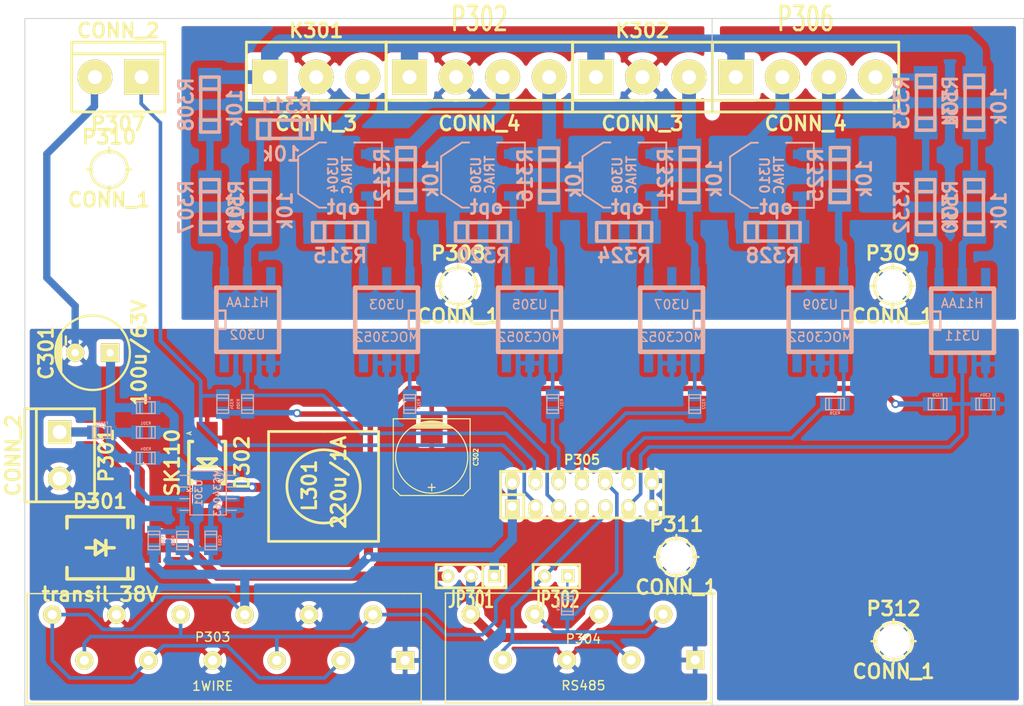
<source format=kicad_pcb>
(kicad_pcb (version 3) (host pcbnew "(2013-05-31 BZR 4019)-stable")
  (layers (15 F.Cu signal) (0 B.Cu signal) (18 B.Paste user) (19 F.Paste user) (20 B.SilkS user) (21 F.SilkS user) (22 B.Mask user) (23 F.Mask user) (28 Edge.Cuts user))
  (net 0 "")
  (net 1 +24V)
  (net 2 +5V)
  (net 3 /A)
  (net 4 /B)
  (net 5 /HV_PG1)
  (net 6 /HV_PG2)
  (net 7 /HV_PG3)
  (net 8 /HV_PG4)
  (net 9 /HV_PN1)
  (net 10 /HV_PN2)
  (net 11 /HV_PN3)
  (net 12 /HV_PN4)
  (net 13 /IN)
  (net 14 /L)
  (net 15 /L1)
  (net 16 /L2)
  (net 17 /L3)
  (net 18 /L4)
  (net 19 /LL1)
  (net 20 /LL2)
  (net 21 /N)
  (net 22 /NN1)
  (net 23 /NN2)
  (net 24 /P1)
  (net 25 /P2)
  (net 26 /P3)
  (net 27 /P4)
  (net 28 /PE)
  (net 29 /PULSE1)
  (net 30 /PULSE2)
  (net 31 /PULSE3)
  (net 32 /PWR2)
  (net 33 /PWR3)
  (net 34 /PWR4)
  (net 35 /SWFB)
  (net 36 /SWITCH)
  (net 37 /W1)
  (net 38 /ZCD)
  (net 39 /lll1)
  (net 40 /lll2)
  (net 41 /llll2)
  (net 42 /nnn1)
  (net 43 /nnn2)
  (net 44 GND)
  (net 45 N-0000012)
  (net 46 N-000002)
  (net 47 N-0000052)
  (net 48 N-0000054)
  (module wago_250-212 (layer F.Cu) (at 189.1 173.8)
    (fp_text reference P303 (at -21 -2.55) (layer F.SilkS))
    (fp_text value 1WIRE (at -21 2.8) (layer F.SilkS))
    (pad 1 thru_hole rect (at 0 0) (size 2 2) (drill 1) (layers *.Cu *.Mask F.SilkS) (net 44 GND))
    (pad 2 thru_hole circle (at -3.5 -5) (size 2 2) (drill 1) (layers *.Cu *.Mask F.SilkS) (net 37 /W1))
    (pad 3 thru_hole circle (at -7 0) (size 2 2) (drill 1) (layers *.Cu *.Mask F.SilkS) (net 2 +5V))
    (pad 4 thru_hole circle (at -10.5 -5) (size 2 2) (drill 1) (layers *.Cu *.Mask F.SilkS) (net 44 GND))
    (pad 5 thru_hole circle (at -14 0) (size 2 2) (drill 1) (layers *.Cu *.Mask F.SilkS) (net 37 /W1))
    (pad 6 thru_hole circle (at -17.5 -5) (size 2 2) (drill 1) (layers *.Cu *.Mask F.SilkS) (net 2 +5V))
    (pad 7 thru_hole circle (at -21 0) (size 2 2) (drill 1) (layers *.Cu *.Mask F.SilkS) (net 44 GND))
    (pad 8 thru_hole circle (at -24.5 -5) (size 2 2) (drill 1) (layers *.Cu *.Mask F.SilkS) (net 37 /W1))
    (pad 9 thru_hole circle (at -28 0) (size 2 2) (drill 1) (layers *.Cu *.Mask F.SilkS) (net 2 +5V))
    (pad 10 thru_hole circle (at -31.5 -5) (size 2 2) (drill 1) (layers *.Cu *.Mask F.SilkS) (net 44 GND))
    (pad 11 thru_hole circle (at -35 0) (size 2 2) (drill 1) (layers *.Cu *.Mask F.SilkS) (net 37 /W1))
    (pad 12 thru_hole circle (at -38.5 -5) (size 2 2) (drill 1) (layers *.Cu *.Mask F.SilkS) (net 2 +5V))
  )
  (module wago_250-208 (layer F.Cu) (at 220.75 173.75)
    (fp_text reference P304 (at -12.2 -2.3) (layer F.SilkS))
    (fp_text value RS485 (at -12.2 2.8) (layer F.SilkS))
    (pad 1 thru_hole rect (at 0 0) (size 2 2) (drill 1) (layers *.Cu *.Mask F.SilkS) (net 44 GND))
    (pad 2 thru_hole circle (at -3.5 -5) (size 2 2) (drill 1) (layers *.Cu *.Mask F.SilkS) (net 4 /B))
    (pad 3 thru_hole circle (at -7 0) (size 2 2) (drill 1) (layers *.Cu *.Mask F.SilkS) (net 3 /A))
    (pad 4 thru_hole circle (at -10.5 -5) (size 2 2) (drill 1) (layers *.Cu *.Mask F.SilkS) (net 45 N-0000012))
    (pad 5 thru_hole circle (at -14 0) (size 2 2) (drill 1) (layers *.Cu *.Mask F.SilkS) (net 44 GND))
    (pad 6 thru_hole circle (at -17.5 -5) (size 2 2) (drill 1) (layers *.Cu *.Mask F.SilkS) (net 4 /B))
    (pad 7 thru_hole circle (at -21 0) (size 2 2) (drill 1) (layers *.Cu *.Mask F.SilkS) (net 3 /A))
    (pad 8 thru_hole circle (at -24.5 -5) (size 2 2) (drill 1) (layers *.Cu *.Mask F.SilkS) (net 45 N-0000012))
  )
  (module so-8 (layer B.Cu) (at 167.6 155.5 270)
    (fp_text reference U301 (at 0 1.016 270) (layer B.SilkS) (effects (font (size 0.7493 0.7493) (thickness 0.14986)) (justify mirror)))
    (fp_text value MC34063 (at 0 -1.016 270) (layer B.SilkS) (effects (font (size 0.7493 0.7493) (thickness 0.14986)) (justify mirror)))
    (pad 1 smd rect (at -1.905 -2.794 270) (size 0.635 1.27) (layers B.Cu B.Paste B.Mask) (net 33 /PWR3))
    (pad 2 smd rect (at -0.635 -2.794 270) (size 0.635 1.27) (layers B.Cu B.Paste B.Mask) (net 34 /PWR4))
    (pad 3 smd rect (at 0.635 -2.794 270) (size 0.635 1.27) (layers B.Cu B.Paste B.Mask) (net 47 N-0000052))
    (pad 4 smd rect (at 1.905 -2.794 270) (size 0.635 1.27) (layers B.Cu B.Paste B.Mask) (net 44 GND))
    (pad 5 smd rect (at 1.905 2.794 270) (size 0.635 1.27) (layers B.Cu B.Paste B.Mask) (net 48 N-0000054))
    (pad 6 smd rect (at 0.635 2.794 270) (size 0.635 1.27) (layers B.Cu B.Paste B.Mask) (net 32 /PWR2))
    (pad 7 smd rect (at -0.635 2.794 270) (size 0.635 1.27) (layers B.Cu B.Paste B.Mask) (net 33 /PWR3))
    (pad 8 smd rect (at -1.905 2.794 270) (size 0.635 1.27) (layers B.Cu B.Paste B.Mask) (net 33 /PWR3))
  )
  (module SMD_DIL6 (layer B.Cu) (at 187.1 136.6 180)
    (fp_text reference U303 (at 0 1.65 180) (layer B.SilkS) (effects (justify mirror)))
    (fp_text value MOC3052 (at 0 -1.9 180) (layer B.SilkS) (effects (justify mirror)))
    (pad 1 smd rect (at -2.54 -4.75 180) (size 1 2) (layers B.Cu B.Paste B.Mask) (net 26 /P3))
    (pad 2 smd rect (at 0 -4.75 180) (size 1 2) (layers B.Cu B.Paste B.Mask) (net 44 GND))
    (pad 3 smd rect (at 2.54 -4.75 180) (size 1 2) (layers B.Cu B.Paste B.Mask))
    (pad 4 smd rect (at 2.54 4.75 180) (size 1 2) (layers B.Cu B.Paste B.Mask) (net 7 /HV_PG3))
    (pad 5 smd rect (at 0 4.75 180) (size 1 2) (layers B.Cu B.Paste B.Mask))
    (pad 6 smd rect (at -2.54 4.75 180) (size 1 2) (layers B.Cu B.Paste B.Mask) (net 11 /HV_PN3))
  )
  (module SMD_DIL6 (layer B.Cu) (at 249.9 136.7)
    (fp_text reference U311 (at 0 1.65) (layer B.SilkS) (effects (justify mirror)))
    (fp_text value H11AA (at 0 -1.9) (layer B.SilkS) (effects (justify mirror)))
    (pad 1 smd rect (at -2.54 -4.75) (size 1 2) (layers B.Cu B.Paste B.Mask) (net 20 /LL2))
    (pad 2 smd rect (at 0 -4.75) (size 1 2) (layers B.Cu B.Paste B.Mask) (net 23 /NN2))
    (pad 3 smd rect (at 2.54 -4.75) (size 1 2) (layers B.Cu B.Paste B.Mask))
    (pad 4 smd rect (at 2.54 4.75) (size 1 2) (layers B.Cu B.Paste B.Mask) (net 44 GND))
    (pad 5 smd rect (at 0 4.75) (size 1 2) (layers B.Cu B.Paste B.Mask) (net 35 /SWFB))
    (pad 6 smd rect (at -2.54 4.75) (size 1 2) (layers B.Cu B.Paste B.Mask))
  )
  (module SMD_DIL6 (layer B.Cu) (at 234.4 136.6 180)
    (fp_text reference U309 (at 0 1.65 180) (layer B.SilkS) (effects (justify mirror)))
    (fp_text value MOC3052 (at 0 -1.9 180) (layer B.SilkS) (effects (justify mirror)))
    (pad 1 smd rect (at -2.54 -4.75 180) (size 1 2) (layers B.Cu B.Paste B.Mask) (net 27 /P4))
    (pad 2 smd rect (at 0 -4.75 180) (size 1 2) (layers B.Cu B.Paste B.Mask) (net 44 GND))
    (pad 3 smd rect (at 2.54 -4.75 180) (size 1 2) (layers B.Cu B.Paste B.Mask))
    (pad 4 smd rect (at 2.54 4.75 180) (size 1 2) (layers B.Cu B.Paste B.Mask) (net 8 /HV_PG4))
    (pad 5 smd rect (at 0 4.75 180) (size 1 2) (layers B.Cu B.Paste B.Mask))
    (pad 6 smd rect (at -2.54 4.75 180) (size 1 2) (layers B.Cu B.Paste B.Mask) (net 12 /HV_PN4))
  )
  (module SMD_DIL6 (layer B.Cu) (at 218.2 136.6 180)
    (fp_text reference U307 (at 0 1.65 180) (layer B.SilkS) (effects (justify mirror)))
    (fp_text value MOC3052 (at 0 -1.9 180) (layer B.SilkS) (effects (justify mirror)))
    (pad 1 smd rect (at -2.54 -4.75 180) (size 1 2) (layers B.Cu B.Paste B.Mask) (net 24 /P1))
    (pad 2 smd rect (at 0 -4.75 180) (size 1 2) (layers B.Cu B.Paste B.Mask) (net 44 GND))
    (pad 3 smd rect (at 2.54 -4.75 180) (size 1 2) (layers B.Cu B.Paste B.Mask))
    (pad 4 smd rect (at 2.54 4.75 180) (size 1 2) (layers B.Cu B.Paste B.Mask) (net 5 /HV_PG1))
    (pad 5 smd rect (at 0 4.75 180) (size 1 2) (layers B.Cu B.Paste B.Mask))
    (pad 6 smd rect (at -2.54 4.75 180) (size 1 2) (layers B.Cu B.Paste B.Mask) (net 9 /HV_PN1))
  )
  (module SMD_DIL6 (layer B.Cu) (at 171.9 136.6)
    (fp_text reference U302 (at 0 1.65) (layer B.SilkS) (effects (justify mirror)))
    (fp_text value H11AA (at 0 -1.9) (layer B.SilkS) (effects (justify mirror)))
    (pad 1 smd rect (at -2.54 -4.75) (size 1 2) (layers B.Cu B.Paste B.Mask) (net 22 /NN1))
    (pad 2 smd rect (at 0 -4.75) (size 1 2) (layers B.Cu B.Paste B.Mask) (net 19 /LL1))
    (pad 3 smd rect (at 2.54 -4.75) (size 1 2) (layers B.Cu B.Paste B.Mask))
    (pad 4 smd rect (at 2.54 4.75) (size 1 2) (layers B.Cu B.Paste B.Mask) (net 44 GND))
    (pad 5 smd rect (at 0 4.75) (size 1 2) (layers B.Cu B.Paste B.Mask) (net 38 /ZCD))
    (pad 6 smd rect (at -2.54 4.75) (size 1 2) (layers B.Cu B.Paste B.Mask))
  )
  (module SMD_DIL6 (layer B.Cu) (at 202.7 136.6 180)
    (fp_text reference U305 (at 0 1.65 180) (layer B.SilkS) (effects (justify mirror)))
    (fp_text value MOC3052 (at 0 -1.9 180) (layer B.SilkS) (effects (justify mirror)))
    (pad 1 smd rect (at -2.54 -4.75 180) (size 1 2) (layers B.Cu B.Paste B.Mask) (net 25 /P2))
    (pad 2 smd rect (at 0 -4.75 180) (size 1 2) (layers B.Cu B.Paste B.Mask) (net 44 GND))
    (pad 3 smd rect (at 2.54 -4.75 180) (size 1 2) (layers B.Cu B.Paste B.Mask))
    (pad 4 smd rect (at 2.54 4.75 180) (size 1 2) (layers B.Cu B.Paste B.Mask) (net 6 /HV_PG2))
    (pad 5 smd rect (at 0 4.75 180) (size 1 2) (layers B.Cu B.Paste B.Mask))
    (pad 6 smd rect (at -2.54 4.75 180) (size 1 2) (layers B.Cu B.Paste B.Mask) (net 10 /HV_PN2))
  )
  (module SIL-3 (layer F.Cu) (at 196.3 164.6 180)
    (fp_text reference JP301 (at 0 -2.54 180) (layer F.SilkS) (effects (font (size 1.7907 1.07696) (thickness 0.3048))))
    (fp_text value JUMPER3 hide)
    (pad 1 thru_hole rect (at -2.54 0 180) (size 1.397 1.397) (drill 0.8128) (layers *.Cu *.Mask F.SilkS) (net 2 +5V))
    (pad 2 thru_hole circle (at 0 0 180) (size 1.397 1.397) (drill 0.8128) (layers *.Cu *.Mask F.SilkS) (net 45 N-0000012))
    (pad 3 thru_hole circle (at 2.54 0 180) (size 1.397 1.397) (drill 0.8128) (layers *.Cu *.Mask F.SilkS) (net 1 +24V))
  )
  (module SIL-2 (layer F.Cu) (at 205.6 164.6 180)
    (fp_text reference JP302 (at 0 -2.54 180) (layer F.SilkS) (effects (font (size 1.72974 1.08712) (thickness 0.3048))))
    (fp_text value JUMPER hide)
    (pad 1 thru_hole rect (at -1.27 0 180) (size 1.397 1.397) (drill 0.8128) (layers *.Cu *.Mask F.SilkS) (net 46 N-000002))
    (pad 2 thru_hole circle (at 1.27 0 180) (size 1.397 1.397) (drill 0.8128) (layers *.Cu *.Mask F.SilkS) (net 3 /A))
  )
  (module r_0805 (layer B.Cu) (at 205.2 145.8 90)
    (fp_text reference R317 (at 0 0.9906 90) (layer B.SilkS) (effects (font (size 0.29972 0.29972) (thickness 0.06096)) (justify mirror)))
    (fp_text value 220 hide)
    (pad 1 smd rect (at 0.9525 0 90) (size 1.30048 1.4986) (layers B.Cu B.Paste B.Mask) (net 25 /P2))
    (pad 2 smd rect (at -0.9525 0 90) (size 1.30048 1.4986) (layers B.Cu B.Paste B.Mask) (net 30 /PULSE2))
  )
  (module r_0805 (layer B.Cu) (at 236 145.8)
    (fp_text reference R326 (at 0 0.9906) (layer B.SilkS) (effects (font (size 0.29972 0.29972) (thickness 0.06096)) (justify mirror)))
    (fp_text value 220 hide)
    (pad 1 smd rect (at 0.9525 0) (size 1.30048 1.4986) (layers B.Cu B.Paste B.Mask) (net 27 /P4))
    (pad 2 smd rect (at -0.9525 0) (size 1.30048 1.4986) (layers B.Cu B.Paste B.Mask) (net 36 /SWITCH))
  )
  (module r_0805 (layer B.Cu) (at 247.2 145.8 180)
    (fp_text reference R329 (at 0 0.9906 180) (layer B.SilkS) (effects (font (size 0.29972 0.29972) (thickness 0.06096)) (justify mirror)))
    (fp_text value 100k hide)
    (pad 1 smd rect (at 0.9525 0 180) (size 1.30048 1.4986) (layers B.Cu B.Paste B.Mask) (net 2 +5V))
    (pad 2 smd rect (at -0.9525 0 180) (size 1.30048 1.4986) (layers B.Cu B.Paste B.Mask) (net 35 /SWFB))
  )
  (module r_0805 (layer B.Cu) (at 169.2 145.8 90)
    (fp_text reference R334 (at 0 0.9906 90) (layer B.SilkS) (effects (font (size 0.29972 0.29972) (thickness 0.06096)) (justify mirror)))
    (fp_text value 10k hide)
    (pad 1 smd rect (at 0.9525 0 90) (size 1.30048 1.4986) (layers B.Cu B.Paste B.Mask) (net 13 /IN))
    (pad 2 smd rect (at -0.9525 0 90) (size 1.30048 1.4986) (layers B.Cu B.Paste B.Mask) (net 2 +5V))
  )
  (module r_0805 (layer B.Cu) (at 156 148.9 180)
    (fp_text reference FB301 (at 0 0.9906 180) (layer B.SilkS) (effects (font (size 0.29972 0.29972) (thickness 0.06096)) (justify mirror)))
    (fp_text value FILTER hide)
    (pad 1 smd rect (at 0.9525 0 180) (size 1.30048 1.4986) (layers B.Cu B.Paste B.Mask) (net 1 +24V))
    (pad 2 smd rect (at -0.9525 0 180) (size 1.30048 1.4986) (layers B.Cu B.Paste B.Mask) (net 32 /PWR2))
  )
  (module r_0805 (layer B.Cu) (at 160.8 146.2 180)
    (fp_text reference R302 (at 0 0.9906 180) (layer B.SilkS) (effects (font (size 0.29972 0.29972) (thickness 0.06096)) (justify mirror)))
    (fp_text value 1 hide)
    (pad 1 smd rect (at 0.9525 0 180) (size 1.30048 1.4986) (layers B.Cu B.Paste B.Mask) (net 32 /PWR2))
    (pad 2 smd rect (at -0.9525 0 180) (size 1.30048 1.4986) (layers B.Cu B.Paste B.Mask) (net 33 /PWR3))
  )
  (module r_0805 (layer B.Cu) (at 220.7 145.8 90)
    (fp_text reference R322 (at 0 0.9906 90) (layer B.SilkS) (effects (font (size 0.29972 0.29972) (thickness 0.06096)) (justify mirror)))
    (fp_text value 220 hide)
    (pad 1 smd rect (at 0.9525 0 90) (size 1.30048 1.4986) (layers B.Cu B.Paste B.Mask) (net 24 /P1))
    (pad 2 smd rect (at -0.9525 0 90) (size 1.30048 1.4986) (layers B.Cu B.Paste B.Mask) (net 29 /PULSE1))
  )
  (module r_0805 (layer B.Cu) (at 171.9 145.8 270)
    (fp_text reference R305 (at 0 0.9906 270) (layer B.SilkS) (effects (font (size 0.29972 0.29972) (thickness 0.06096)) (justify mirror)))
    (fp_text value 10k hide)
    (pad 1 smd rect (at 0.9525 0 270) (size 1.30048 1.4986) (layers B.Cu B.Paste B.Mask) (net 2 +5V))
    (pad 2 smd rect (at -0.9525 0 270) (size 1.30048 1.4986) (layers B.Cu B.Paste B.Mask) (net 38 /ZCD))
  )
  (module r_0805 (layer B.Cu) (at 189.6 145.8 90)
    (fp_text reference R313 (at 0 0.9906 90) (layer B.SilkS) (effects (font (size 0.29972 0.29972) (thickness 0.06096)) (justify mirror)))
    (fp_text value 220 hide)
    (pad 1 smd rect (at 0.9525 0 90) (size 1.30048 1.4986) (layers B.Cu B.Paste B.Mask) (net 26 /P3))
    (pad 2 smd rect (at -0.9525 0 90) (size 1.30048 1.4986) (layers B.Cu B.Paste B.Mask) (net 31 /PULSE3))
  )
  (module r_0805 (layer B.Cu) (at 161.7 160.7 90)
    (fp_text reference R306 (at 0 0.9906 90) (layer B.SilkS) (effects (font (size 0.29972 0.29972) (thickness 0.06096)) (justify mirror)))
    (fp_text value 3k6 hide)
    (pad 1 smd rect (at 0.9525 0 90) (size 1.30048 1.4986) (layers B.Cu B.Paste B.Mask) (net 48 N-0000054))
    (pad 2 smd rect (at -0.9525 0 90) (size 1.30048 1.4986) (layers B.Cu B.Paste B.Mask) (net 2 +5V))
  )
  (module r_0805 (layer B.Cu) (at 164.8 160.7 270)
    (fp_text reference R309 (at 0 0.9906 270) (layer B.SilkS) (effects (font (size 0.29972 0.29972) (thickness 0.06096)) (justify mirror)))
    (fp_text value 1k2 hide)
    (pad 1 smd rect (at 0.9525 0 270) (size 1.30048 1.4986) (layers B.Cu B.Paste B.Mask) (net 44 GND))
    (pad 2 smd rect (at -0.9525 0 270) (size 1.30048 1.4986) (layers B.Cu B.Paste B.Mask) (net 48 N-0000054))
  )
  (module r_0805 (layer B.Cu) (at 160.8 151.7 180)
    (fp_text reference R304 (at 0 0.9906 180) (layer B.SilkS) (effects (font (size 0.29972 0.29972) (thickness 0.06096)) (justify mirror)))
    (fp_text value 1 hide)
    (pad 1 smd rect (at 0.9525 0 180) (size 1.30048 1.4986) (layers B.Cu B.Paste B.Mask) (net 32 /PWR2))
    (pad 2 smd rect (at -0.9525 0 180) (size 1.30048 1.4986) (layers B.Cu B.Paste B.Mask) (net 33 /PWR3))
  )
  (module r_0805 (layer B.Cu) (at 160.8 148.9 180)
    (fp_text reference R301 (at 0 0.9906 180) (layer B.SilkS) (effects (font (size 0.29972 0.29972) (thickness 0.06096)) (justify mirror)))
    (fp_text value 1 hide)
    (pad 1 smd rect (at 0.9525 0 180) (size 1.30048 1.4986) (layers B.Cu B.Paste B.Mask) (net 32 /PWR2))
    (pad 2 smd rect (at -0.9525 0 180) (size 1.30048 1.4986) (layers B.Cu B.Paste B.Mask) (net 33 /PWR3))
  )
  (module r_0805 (layer B.Cu) (at 206.8 167.8 270)
    (fp_text reference R319 (at 0 0.9906 270) (layer B.SilkS) (effects (font (size 0.29972 0.29972) (thickness 0.06096)) (justify mirror)))
    (fp_text value 120 hide)
    (pad 1 smd rect (at 0.9525 0 270) (size 1.30048 1.4986) (layers B.Cu B.Paste B.Mask) (net 4 /B))
    (pad 2 smd rect (at -0.9525 0 270) (size 1.30048 1.4986) (layers B.Cu B.Paste B.Mask) (net 46 N-000002))
  )
  (module MELF0207 (layer B.Cu) (at 229.2 127)
    (fp_text reference R328 (at 0 2.60096) (layer B.SilkS) (effects (font (size 1.524 1.524) (thickness 0.3048)) (justify mirror)))
    (fp_text value opt (at 0.39878 -2.70002) (layer B.SilkS) (effects (font (size 1.524 1.524) (thickness 0.3048)) (justify mirror)))
    (pad 1 smd rect (at -2.70002 0) (size 2.60096 2.60096) (layers B.Cu B.Paste B.Mask) (net 14 /L))
    (pad 2 smd rect (at 2.70002 0) (size 2.60096 2.60096) (layers B.Cu B.Paste B.Mask) (net 8 /HV_PG4))
  )
  (module MELF0207 (layer B.Cu) (at 173.3 124.3 270)
    (fp_text reference R310 (at 0 2.60096 270) (layer B.SilkS) (effects (font (size 1.524 1.524) (thickness 0.3048)) (justify mirror)))
    (fp_text value 10k (at 0.39878 -2.70002 270) (layer B.SilkS) (effects (font (size 1.524 1.524) (thickness 0.3048)) (justify mirror)))
    (pad 1 smd rect (at -2.70002 0 270) (size 2.60096 2.60096) (layers B.Cu B.Paste B.Mask) (net 39 /lll1))
    (pad 2 smd rect (at 2.70002 0 270) (size 2.60096 2.60096) (layers B.Cu B.Paste B.Mask) (net 19 /LL1))
  )
  (module MELF0207 (layer B.Cu) (at 167.8 124.3 270)
    (fp_text reference R307 (at 0 2.60096 270) (layer B.SilkS) (effects (font (size 1.524 1.524) (thickness 0.3048)) (justify mirror)))
    (fp_text value 10k (at 0.39878 -2.70002 270) (layer B.SilkS) (effects (font (size 1.524 1.524) (thickness 0.3048)) (justify mirror)))
    (pad 1 smd rect (at -2.70002 0 270) (size 2.60096 2.60096) (layers B.Cu B.Paste B.Mask) (net 42 /nnn1))
    (pad 2 smd rect (at 2.70002 0 270) (size 2.60096 2.60096) (layers B.Cu B.Paste B.Mask) (net 22 /NN1))
  )
  (module MELF0207 (layer B.Cu) (at 176 115.8 180)
    (fp_text reference R311 (at 0 2.60096 180) (layer B.SilkS) (effects (font (size 1.524 1.524) (thickness 0.3048)) (justify mirror)))
    (fp_text value 10k (at 0.39878 -2.70002 180) (layer B.SilkS) (effects (font (size 1.524 1.524) (thickness 0.3048)) (justify mirror)))
    (pad 1 smd rect (at -2.70002 0 180) (size 2.60096 2.60096) (layers B.Cu B.Paste B.Mask) (net 14 /L))
    (pad 2 smd rect (at 2.70002 0 180) (size 2.60096 2.60096) (layers B.Cu B.Paste B.Mask) (net 39 /lll1))
  )
  (module MELF0207 (layer B.Cu) (at 167.8 113.1 270)
    (fp_text reference R308 (at 0 2.60096 270) (layer B.SilkS) (effects (font (size 1.524 1.524) (thickness 0.3048)) (justify mirror)))
    (fp_text value 10k (at 0.39878 -2.70002 270) (layer B.SilkS) (effects (font (size 1.524 1.524) (thickness 0.3048)) (justify mirror)))
    (pad 1 smd rect (at -2.70002 0 270) (size 2.60096 2.60096) (layers B.Cu B.Paste B.Mask) (net 21 /N))
    (pad 2 smd rect (at 2.70002 0 270) (size 2.60096 2.60096) (layers B.Cu B.Paste B.Mask) (net 42 /nnn1))
  )
  (module MELF0207 (layer B.Cu) (at 189.2 120.8 270)
    (fp_text reference R312 (at 0 2.60096 270) (layer B.SilkS) (effects (font (size 1.524 1.524) (thickness 0.3048)) (justify mirror)))
    (fp_text value 10k (at 0.39878 -2.70002 270) (layer B.SilkS) (effects (font (size 1.524 1.524) (thickness 0.3048)) (justify mirror)))
    (pad 1 smd rect (at -2.70002 0 270) (size 2.60096 2.60096) (layers B.Cu B.Paste B.Mask) (net 17 /L3))
    (pad 2 smd rect (at 2.70002 0 270) (size 2.60096 2.60096) (layers B.Cu B.Paste B.Mask) (net 11 /HV_PN3))
  )
  (module MELF0207 (layer B.Cu) (at 204.8 120.85 270)
    (fp_text reference R316 (at 0 2.60096 270) (layer B.SilkS) (effects (font (size 1.524 1.524) (thickness 0.3048)) (justify mirror)))
    (fp_text value 10k (at 0.39878 -2.70002 270) (layer B.SilkS) (effects (font (size 1.524 1.524) (thickness 0.3048)) (justify mirror)))
    (pad 1 smd rect (at -2.70002 0 270) (size 2.60096 2.60096) (layers B.Cu B.Paste B.Mask) (net 16 /L2))
    (pad 2 smd rect (at 2.70002 0 270) (size 2.60096 2.60096) (layers B.Cu B.Paste B.Mask) (net 10 /HV_PN2))
  )
  (module MELF0207 (layer B.Cu) (at 220.125 120.8 270)
    (fp_text reference R321 (at 0 2.60096 270) (layer B.SilkS) (effects (font (size 1.524 1.524) (thickness 0.3048)) (justify mirror)))
    (fp_text value 10k (at 0.39878 -2.70002 270) (layer B.SilkS) (effects (font (size 1.524 1.524) (thickness 0.3048)) (justify mirror)))
    (pad 1 smd rect (at -2.70002 0 270) (size 2.60096 2.60096) (layers B.Cu B.Paste B.Mask) (net 15 /L1))
    (pad 2 smd rect (at 2.70002 0 270) (size 2.60096 2.60096) (layers B.Cu B.Paste B.Mask) (net 9 /HV_PN1))
  )
  (module MELF0207 (layer B.Cu) (at 251.2 112.9 270)
    (fp_text reference R331 (at 0 2.60096 270) (layer B.SilkS) (effects (font (size 1.524 1.524) (thickness 0.3048)) (justify mirror)))
    (fp_text value 10k (at 0.39878 -2.70002 270) (layer B.SilkS) (effects (font (size 1.524 1.524) (thickness 0.3048)) (justify mirror)))
    (pad 1 smd rect (at -2.70002 0 270) (size 2.60096 2.60096) (layers B.Cu B.Paste B.Mask) (net 21 /N))
    (pad 2 smd rect (at 2.70002 0 270) (size 2.60096 2.60096) (layers B.Cu B.Paste B.Mask) (net 43 /nnn2))
  )
  (module MELF0207 (layer B.Cu) (at 245.9 112.9 270)
    (fp_text reference R333 (at 0 2.60096 270) (layer B.SilkS) (effects (font (size 1.524 1.524) (thickness 0.3048)) (justify mirror)))
    (fp_text value 10k (at 0.39878 -2.70002 270) (layer B.SilkS) (effects (font (size 1.524 1.524) (thickness 0.3048)) (justify mirror)))
    (pad 1 smd rect (at -2.70002 0 270) (size 2.60096 2.60096) (layers B.Cu B.Paste B.Mask) (net 41 /llll2))
    (pad 2 smd rect (at 2.70002 0 270) (size 2.60096 2.60096) (layers B.Cu B.Paste B.Mask) (net 40 /lll2))
  )
  (module MELF0207 (layer B.Cu) (at 251.2 124.3 270)
    (fp_text reference R330 (at 0 2.60096 270) (layer B.SilkS) (effects (font (size 1.524 1.524) (thickness 0.3048)) (justify mirror)))
    (fp_text value 10k (at 0.39878 -2.70002 270) (layer B.SilkS) (effects (font (size 1.524 1.524) (thickness 0.3048)) (justify mirror)))
    (pad 1 smd rect (at -2.70002 0 270) (size 2.60096 2.60096) (layers B.Cu B.Paste B.Mask) (net 43 /nnn2))
    (pad 2 smd rect (at 2.70002 0 270) (size 2.60096 2.60096) (layers B.Cu B.Paste B.Mask) (net 23 /NN2))
  )
  (module MELF0207 (layer B.Cu) (at 236.5 120.8 270)
    (fp_text reference R325 (at 0 2.60096 270) (layer B.SilkS) (effects (font (size 1.524 1.524) (thickness 0.3048)) (justify mirror)))
    (fp_text value 10k (at 0.39878 -2.70002 270) (layer B.SilkS) (effects (font (size 1.524 1.524) (thickness 0.3048)) (justify mirror)))
    (pad 1 smd rect (at -2.70002 0 270) (size 2.60096 2.60096) (layers B.Cu B.Paste B.Mask) (net 18 /L4))
    (pad 2 smd rect (at 2.70002 0 270) (size 2.60096 2.60096) (layers B.Cu B.Paste B.Mask) (net 12 /HV_PN4))
  )
  (module MELF0207 (layer B.Cu) (at 213 127)
    (fp_text reference R324 (at 0 2.60096) (layer B.SilkS) (effects (font (size 1.524 1.524) (thickness 0.3048)) (justify mirror)))
    (fp_text value opt (at 0.39878 -2.70002) (layer B.SilkS) (effects (font (size 1.524 1.524) (thickness 0.3048)) (justify mirror)))
    (pad 1 smd rect (at -2.70002 0) (size 2.60096 2.60096) (layers B.Cu B.Paste B.Mask) (net 14 /L))
    (pad 2 smd rect (at 2.70002 0) (size 2.60096 2.60096) (layers B.Cu B.Paste B.Mask) (net 5 /HV_PG1))
  )
  (module MELF0207 (layer B.Cu) (at 182 127)
    (fp_text reference R315 (at 0 2.60096) (layer B.SilkS) (effects (font (size 1.524 1.524) (thickness 0.3048)) (justify mirror)))
    (fp_text value opt (at 0.39878 -2.70002) (layer B.SilkS) (effects (font (size 1.524 1.524) (thickness 0.3048)) (justify mirror)))
    (pad 1 smd rect (at -2.70002 0) (size 2.60096 2.60096) (layers B.Cu B.Paste B.Mask) (net 14 /L))
    (pad 2 smd rect (at 2.70002 0) (size 2.60096 2.60096) (layers B.Cu B.Paste B.Mask) (net 7 /HV_PG3))
  )
  (module MELF0207 (layer B.Cu) (at 197.6 127)
    (fp_text reference R320 (at 0 2.60096) (layer B.SilkS) (effects (font (size 1.524 1.524) (thickness 0.3048)) (justify mirror)))
    (fp_text value opt (at 0.39878 -2.70002) (layer B.SilkS) (effects (font (size 1.524 1.524) (thickness 0.3048)) (justify mirror)))
    (pad 1 smd rect (at -2.70002 0) (size 2.60096 2.60096) (layers B.Cu B.Paste B.Mask) (net 14 /L))
    (pad 2 smd rect (at 2.70002 0) (size 2.60096 2.60096) (layers B.Cu B.Paste B.Mask) (net 6 /HV_PG2))
  )
  (module MELF0207 (layer B.Cu) (at 245.9 124.3 270)
    (fp_text reference R332 (at 0 2.60096 270) (layer B.SilkS) (effects (font (size 1.524 1.524) (thickness 0.3048)) (justify mirror)))
    (fp_text value 10k (at 0.39878 -2.70002 270) (layer B.SilkS) (effects (font (size 1.524 1.524) (thickness 0.3048)) (justify mirror)))
    (pad 1 smd rect (at -2.70002 0 270) (size 2.60096 2.60096) (layers B.Cu B.Paste B.Mask) (net 40 /lll2))
    (pad 2 smd rect (at 2.70002 0 270) (size 2.60096 2.60096) (layers B.Cu B.Paste B.Mask) (net 20 /LL2))
  )
  (module L_SMD_12x12 (layer F.Cu) (at 180.2 154.8 90)
    (fp_text reference L301 (at 0.09906 -1.5494 90) (layer F.SilkS) (effects (font (size 1.524 1.524) (thickness 0.3048))))
    (fp_text value 220u/1A (at 0.44958 1.651 90) (layer F.SilkS) (effects (font (size 1.524 1.524) (thickness 0.3048))))
    (pad 1 smd rect (at 0 -4.89966 90) (size 5.40004 2.79908) (layers F.Cu F.Paste F.Mask) (net 34 /PWR4))
    (pad 2 smd rect (at 0 4.89966 90) (size 5.40004 2.79908) (layers F.Cu F.Paste F.Mask) (net 2 +5V))
  )
  (module Diode-SMC_Handsoldering_RevA_27July2010 (layer F.Cu) (at 155.8 161.5)
    (fp_text reference D301 (at 0 -5.08) (layer F.SilkS) (effects (font (size 1.524 1.524) (thickness 0.3048))))
    (fp_text value "transil 38V" (at 0 5.08) (layer F.SilkS) (effects (font (size 1.524 1.524) (thickness 0.3048))))
    (pad 1 smd rect (at -4.39928 0 90) (size 3.29946 4.50088) (layers F.Cu F.Paste F.Mask) (net 44 GND))
    (pad 2 smd rect (at 4.39928 0 90) (size 3.29946 4.49834) (layers F.Cu F.Paste F.Mask) (net 1 +24V))
  )
  (module Diode-SMB_Handsoldering_RevA_27July2010 (layer F.Cu) (at 167.5 152.2 270)
    (fp_text reference D302 (at 0 -3.81 270) (layer F.SilkS) (effects (font (size 1.524 1.524) (thickness 0.3048))))
    (fp_text value SK110 (at 0 3.81 270) (layer F.SilkS) (effects (font (size 1.524 1.524) (thickness 0.3048))))
    (fp_text user A (at -3.2004 1.95072 270) (layer F.SilkS) (effects (font (size 0.50038 0.50038) (thickness 0.09906))))
    (fp_text user K (at 2.99974 1.95072 270) (layer F.SilkS) (effects (font (size 0.50038 0.50038) (thickness 0.09906))))
    (pad 1 smd rect (at -2.70002 0 270) (size 3.50012 2.30124) (layers F.Cu F.Paste F.Mask) (net 44 GND))
    (pad 2 smd rect (at 2.70002 0 270) (size 3.50012 2.30124) (layers F.Cu F.Paste F.Mask) (net 34 /PWR4))
  )
  (module c_elec_8x10 (layer F.Cu) (at 192 151.6 270)
    (fp_text reference C302 (at 0 -4.826 270) (layer F.SilkS) (effects (font (size 0.50038 0.50038) (thickness 0.11938))))
    (fp_text value 470u/10V hide)
    (pad 1 smd rect (at 3.2512 0 270) (size 3.50012 2.4003) (layers F.Cu F.Paste F.Mask) (net 2 +5V))
    (pad 2 smd rect (at -3.2512 0 270) (size 3.50012 2.4003) (layers F.Cu F.Paste F.Mask) (net 44 GND))
  )
  (module c_0805 (layer B.Cu) (at 252.4 145.8 180)
    (fp_text reference C304 (at 0 0.9906 180) (layer B.SilkS) (effects (font (size 0.29972 0.29972) (thickness 0.06096)) (justify mirror)))
    (fp_text value 1u hide)
    (pad 1 smd rect (at 0.9525 0 180) (size 1.30048 1.4986) (layers B.Cu B.Paste B.Mask) (net 35 /SWFB))
    (pad 2 smd rect (at -0.9525 0 180) (size 1.30048 1.4986) (layers B.Cu B.Paste B.Mask) (net 44 GND))
  )
  (module c_0805 (layer B.Cu) (at 167.9 160.7 90)
    (fp_text reference C303 (at 0 0.9906 90) (layer B.SilkS) (effects (font (size 0.29972 0.29972) (thickness 0.06096)) (justify mirror)))
    (fp_text value 470p hide)
    (pad 1 smd rect (at 0.9525 0 90) (size 1.30048 1.4986) (layers B.Cu B.Paste B.Mask) (net 47 N-0000052))
    (pad 2 smd rect (at -0.9525 0 90) (size 1.30048 1.4986) (layers B.Cu B.Paste B.Mask) (net 44 GND))
  )
  (module bornier4 (layer F.Cu) (at 232.8 110.1)
    (fp_text reference P306 (at 0 -6.35) (layer F.SilkS) (effects (font (size 2.6162 1.59766) (thickness 0.3048))))
    (fp_text value CONN_4 (at 0 5.08) (layer F.SilkS) (effects (font (size 1.524 1.524) (thickness 0.3048))))
    (pad 2 thru_hole circle (at -2.54 0) (size 3.81 3.81) (drill 1.524) (layers *.Cu *.Mask F.SilkS) (net 14 /L))
    (pad 3 thru_hole circle (at 2.54 0) (size 3.81 3.81) (drill 1.524) (layers *.Cu *.Mask F.SilkS) (net 18 /L4))
    (pad 1 thru_hole rect (at -7.62 0) (size 3.81 3.81) (drill 1.524) (layers *.Cu *.Mask F.SilkS) (net 21 /N))
    (pad 4 thru_hole circle (at 7.62 0) (size 3.81 3.81) (drill 1.524) (layers *.Cu *.Mask F.SilkS) (net 41 /llll2))
  )
  (module bornier4 (layer F.Cu) (at 197.2 110.1)
    (fp_text reference P302 (at 0 -6.35) (layer F.SilkS) (effects (font (size 2.6162 1.59766) (thickness 0.3048))))
    (fp_text value CONN_4 (at 0 5.08) (layer F.SilkS) (effects (font (size 1.524 1.524) (thickness 0.3048))))
    (pad 2 thru_hole circle (at -2.54 0) (size 3.81 3.81) (drill 1.524) (layers *.Cu *.Mask F.SilkS) (net 28 /PE))
    (pad 3 thru_hole circle (at 2.54 0) (size 3.81 3.81) (drill 1.524) (layers *.Cu *.Mask F.SilkS) (net 17 /L3))
    (pad 1 thru_hole rect (at -7.62 0) (size 3.81 3.81) (drill 1.524) (layers *.Cu *.Mask F.SilkS) (net 21 /N))
    (pad 4 thru_hole circle (at 7.62 0) (size 3.81 3.81) (drill 1.524) (layers *.Cu *.Mask F.SilkS) (net 16 /L2))
  )
  (module bornier3 (layer F.Cu) (at 215 110.1)
    (fp_text reference K302 (at 0 -5.08) (layer F.SilkS) (effects (font (size 1.524 1.524) (thickness 0.3048))))
    (fp_text value CONN_3 (at 0 5.08) (layer F.SilkS) (effects (font (size 1.524 1.524) (thickness 0.3048))))
    (pad 1 thru_hole rect (at -5.08 0) (size 3.81 3.81) (drill 1.524) (layers *.Cu *.Mask F.SilkS) (net 21 /N))
    (pad 2 thru_hole circle (at 0 0) (size 3.81 3.81) (drill 1.524) (layers *.Cu *.Mask F.SilkS) (net 28 /PE))
    (pad 3 thru_hole circle (at 5.08 0) (size 3.81 3.81) (drill 1.524) (layers *.Cu *.Mask F.SilkS) (net 15 /L1))
  )
  (module bornier3 (layer F.Cu) (at 179.4 110.1)
    (fp_text reference K301 (at 0 -5.08) (layer F.SilkS) (effects (font (size 1.524 1.524) (thickness 0.3048))))
    (fp_text value CONN_3 (at 0 5.08) (layer F.SilkS) (effects (font (size 1.524 1.524) (thickness 0.3048))))
    (pad 1 thru_hole rect (at -5.08 0) (size 3.81 3.81) (drill 1.524) (layers *.Cu *.Mask F.SilkS) (net 21 /N))
    (pad 2 thru_hole circle (at 0 0) (size 3.81 3.81) (drill 1.524) (layers *.Cu *.Mask F.SilkS) (net 28 /PE))
    (pad 3 thru_hole circle (at 5.08 0) (size 3.81 3.81) (drill 1.524) (layers *.Cu *.Mask F.SilkS) (net 14 /L))
  )
  (module bornier2 (layer F.Cu) (at 157.8 110.1 180)
    (fp_text reference P307 (at 0 -5.08 180) (layer F.SilkS) (effects (font (size 1.524 1.524) (thickness 0.3048))))
    (fp_text value CONN_2 (at 0 5.08 180) (layer F.SilkS) (effects (font (size 1.524 1.524) (thickness 0.3048))))
    (pad 1 thru_hole rect (at -2.54 0 180) (size 3.81 3.81) (drill 1.524) (layers *.Cu *.Mask F.SilkS) (net 13 /IN))
    (pad 2 thru_hole circle (at 2.54 0 180) (size 3.81 3.81) (drill 1.524) (layers *.Cu *.Mask F.SilkS) (net 44 GND))
  )
  (module SOT223_3pin (layer B.Cu) (at 182 120.8 270)
    (fp_text reference U304 (at 0 0.762 270) (layer B.SilkS) (effects (font (size 1.016 1.016) (thickness 0.2032)) (justify mirror)))
    (fp_text value TRIAC (at 0 -0.762 270) (layer B.SilkS) (effects (font (size 1.016 1.016) (thickness 0.2032)) (justify mirror)))
    (pad 2 smd rect (at 0 3.302 270) (size 3.6576 2.032) (layers B.Cu B.Paste B.Mask) (net 14 /L))
    (pad 2 smd rect (at 0 -3.302 270) (size 1.016 2.032) (layers B.Cu B.Paste B.Mask) (net 14 /L))
    (pad 3 smd rect (at 2.286 -3.302 270) (size 1.016 2.032) (layers B.Cu B.Paste B.Mask) (net 7 /HV_PG3))
    (pad 1 smd rect (at -2.286 -3.302 270) (size 1.016 2.032) (layers B.Cu B.Paste B.Mask) (net 17 /L3))
  )
  (module SOT223_3pin (layer B.Cu) (at 197.6 120.8 270)
    (fp_text reference U306 (at 0 0.762 270) (layer B.SilkS) (effects (font (size 1.016 1.016) (thickness 0.2032)) (justify mirror)))
    (fp_text value TRIAC (at -0.025 -0.725 270) (layer B.SilkS) (effects (font (size 1.016 1.016) (thickness 0.2032)) (justify mirror)))
    (pad 2 smd rect (at 0 3.302 270) (size 3.6576 2.032) (layers B.Cu B.Paste B.Mask) (net 14 /L))
    (pad 2 smd rect (at 0 -3.302 270) (size 1.016 2.032) (layers B.Cu B.Paste B.Mask) (net 14 /L))
    (pad 3 smd rect (at 2.286 -3.302 270) (size 1.016 2.032) (layers B.Cu B.Paste B.Mask) (net 6 /HV_PG2))
    (pad 1 smd rect (at -2.286 -3.302 270) (size 1.016 2.032) (layers B.Cu B.Paste B.Mask) (net 16 /L2))
  )
  (module SOT223_3pin (layer B.Cu) (at 213.025 120.8 270)
    (fp_text reference U308 (at 0 0.762 270) (layer B.SilkS) (effects (font (size 1.016 1.016) (thickness 0.2032)) (justify mirror)))
    (fp_text value TRIAC (at 0 -0.762 270) (layer B.SilkS) (effects (font (size 1.016 1.016) (thickness 0.2032)) (justify mirror)))
    (pad 2 smd rect (at 0 3.302 270) (size 3.6576 2.032) (layers B.Cu B.Paste B.Mask) (net 14 /L))
    (pad 2 smd rect (at 0 -3.302 270) (size 1.016 2.032) (layers B.Cu B.Paste B.Mask) (net 14 /L))
    (pad 3 smd rect (at 2.286 -3.302 270) (size 1.016 2.032) (layers B.Cu B.Paste B.Mask) (net 5 /HV_PG1))
    (pad 1 smd rect (at -2.286 -3.302 270) (size 1.016 2.032) (layers B.Cu B.Paste B.Mask) (net 15 /L1))
  )
  (module SOT223_3pin (layer B.Cu) (at 229.125 120.825 270)
    (fp_text reference U310 (at 0 0.762 270) (layer B.SilkS) (effects (font (size 1.016 1.016) (thickness 0.2032)) (justify mirror)))
    (fp_text value TRIAC (at 0 -0.762 270) (layer B.SilkS) (effects (font (size 1.016 1.016) (thickness 0.2032)) (justify mirror)))
    (pad 2 smd rect (at 0 3.302 270) (size 3.6576 2.032) (layers B.Cu B.Paste B.Mask) (net 14 /L))
    (pad 2 smd rect (at 0 -3.302 270) (size 1.016 2.032) (layers B.Cu B.Paste B.Mask) (net 14 /L))
    (pad 3 smd rect (at 2.286 -3.302 270) (size 1.016 2.032) (layers B.Cu B.Paste B.Mask) (net 8 /HV_PG4))
    (pad 1 smd rect (at -2.286 -3.302 270) (size 1.016 2.032) (layers B.Cu B.Paste B.Mask) (net 18 /L4))
  )
  (module pin_strip_7x2 (layer F.Cu) (at 208.4 155.7)
    (fp_text reference P305 (at 0 -3.81) (layer F.SilkS) (effects (font (size 1.016 1.016) (thickness 0.2032))))
    (fp_text value CONN_7X2 hide)
    (pad 1 thru_hole rect (at -7.62 1.27) (size 1.524 1.99898) (drill 1.00076 (offset 0 0.24892)) (layers *.Cu *.Mask F.SilkS) (net 2 +5V))
    (pad 2 thru_hole oval (at -7.62 -1.27) (size 1.524 1.99898) (drill 1.00076 (offset 0 -0.24892)) (layers *.Cu *.Mask F.SilkS) (net 2 +5V))
    (pad 3 thru_hole oval (at -5.08 1.27) (size 1.524 1.99898) (drill 1.00076 (offset 0 0.24892)) (layers *.Cu *.Mask F.SilkS) (net 13 /IN))
    (pad 4 thru_hole oval (at -5.08 -1.27) (size 1.524 1.99898) (drill 1.00076 (offset 0 -0.24892)) (layers *.Cu *.Mask F.SilkS) (net 38 /ZCD))
    (pad 5 thru_hole oval (at -2.54 1.27) (size 1.524 1.99898) (drill 1.00076 (offset 0 0.24892)) (layers *.Cu *.Mask F.SilkS) (net 31 /PULSE3))
    (pad 6 thru_hole oval (at -2.54 -1.27) (size 1.524 1.99898) (drill 1.00076 (offset 0 -0.24892)) (layers *.Cu *.Mask F.SilkS) (net 30 /PULSE2))
    (pad 7 thru_hole oval (at 0 1.27) (size 1.524 1.99898) (drill 1.00076 (offset 0 0.24892)) (layers *.Cu *.Mask F.SilkS) (net 37 /W1))
    (pad 8 thru_hole oval (at 0 -1.27) (size 1.524 1.99898) (drill 1.00076 (offset 0 -0.24892)) (layers *.Cu *.Mask F.SilkS) (net 29 /PULSE1))
    (pad 9 thru_hole oval (at 2.54 1.27) (size 1.524 1.99898) (drill 1.00076 (offset 0 0.24892)) (layers *.Cu *.Mask F.SilkS) (net 3 /A))
    (pad 10 thru_hole oval (at 2.54 -1.27) (size 1.524 1.99898) (drill 1.00076 (offset 0 -0.24892)) (layers *.Cu *.Mask F.SilkS) (net 4 /B))
    (pad 11 thru_hole oval (at 5.08 1.27) (size 1.524 1.99898) (drill 1.00076 (offset 0 0.24892)) (layers *.Cu *.Mask F.SilkS) (net 35 /SWFB))
    (pad 12 thru_hole oval (at 5.08 -1.27) (size 1.524 1.99898) (drill 1.00076 (offset 0 -0.24892)) (layers *.Cu *.Mask F.SilkS) (net 36 /SWITCH))
    (pad 13 thru_hole oval (at 7.62 1.27) (size 1.524 1.99898) (drill 1.00076 (offset 0 0.24892)) (layers *.Cu *.Mask F.SilkS) (net 44 GND))
    (pad 14 thru_hole oval (at 7.62 -1.27) (size 1.524 1.99898) (drill 1.00076 (offset 0 -0.24892)) (layers *.Cu *.Mask F.SilkS) (net 44 GND))
  )
  (module bornier2 (layer F.Cu) (at 151.4 151.4 270)
    (fp_text reference P301 (at 0 -5.08 270) (layer F.SilkS) (effects (font (size 1.524 1.524) (thickness 0.3048))))
    (fp_text value CONN_2 (at 0 5.08 270) (layer F.SilkS) (effects (font (size 1.524 1.524) (thickness 0.3048))))
    (pad 1 thru_hole rect (at -2.54 0 270) (size 2.54 2.54) (drill 1.524) (layers *.Cu *.Mask F.SilkS) (net 1 +24V))
    (pad 2 thru_hole circle (at 2.54 0 270) (size 2.54 2.54) (drill 1.524) (layers *.Cu *.Mask F.SilkS) (net 44 GND))
  )
  (module CP_8x13mm (layer F.Cu) (at 155 140.2 90)
    (fp_text reference C301 (at 0 -5.08 90) (layer F.SilkS) (effects (font (size 1.524 1.524) (thickness 0.3048))))
    (fp_text value 100u/63V (at 0 5.08 90) (layer F.SilkS) (effects (font (size 1.524 1.524) (thickness 0.3048))))
    (pad 1 thru_hole rect (at 0 1.905 90) (size 1.99898 1.99898) (drill 0.8001) (layers *.Cu *.Mask F.SilkS) (net 32 /PWR2))
    (pad 2 thru_hole circle (at 0 -1.905 90) (size 1.99898 1.99898) (drill 0.8001) (layers *.Cu *.Mask F.SilkS) (net 44 GND))
  )
  (module hole_3mm5 (layer F.Cu) (at 194.9 132.9)
    (fp_text reference P308 (at 0 -3.556) (layer F.SilkS) (effects (font (size 1.524 1.524) (thickness 0.3048))))
    (fp_text value CONN_1 (at 0 3.302) (layer F.SilkS) (effects (font (size 1.524 1.524) (thickness 0.3048))))
    (pad 1 thru_hole circle (at 0 0) (size 3.50012 3.50012) (drill 3.50012) (layers *.Cu F.SilkS) (net 28 /PE))
  )
  (module hole_3mm5 (layer F.Cu) (at 242.3 132.9)
    (fp_text reference P309 (at 0 -3.556) (layer F.SilkS) (effects (font (size 1.524 1.524) (thickness 0.3048))))
    (fp_text value CONN_1 (at 0 3.302) (layer F.SilkS) (effects (font (size 1.524 1.524) (thickness 0.3048))))
    (pad 1 thru_hole circle (at 0 0) (size 3.50012 3.50012) (drill 3.50012) (layers *.Cu F.SilkS) (net 28 /PE))
  )
  (module hole_3mm5 (layer F.Cu) (at 156.8 120.2)
    (fp_text reference P310 (at 0 -3.556) (layer F.SilkS) (effects (font (size 1.524 1.524) (thickness 0.3048))))
    (fp_text value CONN_1 (at 0 3.302) (layer F.SilkS) (effects (font (size 1.524 1.524) (thickness 0.3048))))
    (pad 1 thru_hole circle (at 0 0) (size 3.50012 3.50012) (drill 3.50012) (layers *.Cu F.SilkS))
  )
  (module hole_3mm5 (layer F.Cu) (at 218.7 162.5)
    (fp_text reference P311 (at 0 -3.556) (layer F.SilkS) (effects (font (size 1.524 1.524) (thickness 0.3048))))
    (fp_text value CONN_1 (at 0 3.302) (layer F.SilkS) (effects (font (size 1.524 1.524) (thickness 0.3048))))
    (pad 1 thru_hole circle (at 0 0) (size 3.50012 3.50012) (drill 3.50012) (layers *.Cu F.SilkS) (net 44 GND))
  )
  (module hole_3mm5 (layer F.Cu) (at 242.4 171.7)
    (fp_text reference P312 (at 0 -3.556) (layer F.SilkS) (effects (font (size 1.524 1.524) (thickness 0.3048))))
    (fp_text value CONN_1 (at 0 3.302) (layer F.SilkS) (effects (font (size 1.524 1.524) (thickness 0.3048))))
    (pad 1 thru_hole circle (at 0 0) (size 3.50012 3.50012) (drill 3.50012) (layers *.Cu F.SilkS) (net 44 GND))
  )
  (gr_line (start 222.6 178.7) (end 222.6 166.5) (angle 90) (layer Edge.Cuts) (width 0.1))
  (gr_line (start 222.6 103.7) (end 222.6 114) (angle 90) (layer Edge.Cuts) (width 0.1))
  (gr_line (start 222.6 103.7) (end 147.6 103.7) (angle 90) (layer Edge.Cuts) (width 0.1))
  (gr_line (start 147.6 103.7) (end 147.6 178.7) (angle 90) (layer Edge.Cuts) (width 0.1))
  (gr_line (start 256.6 178.7) (end 222.6 178.7) (angle 90) (layer Edge.Cuts) (width 0.1))
  (gr_line (start 256.6 103.7) (end 256.6 178.7) (angle 90) (layer Edge.Cuts) (width 0.1))
  (gr_line (start 222.6 103.7) (end 256.6 103.7) (angle 90) (layer Edge.Cuts) (width 0.1))
  (gr_line (start 147.6 178.7) (end 222.6 178.7) (angle 90) (layer Edge.Cuts) (width 0.1))
  (segment (start 193.76 164.6) (end 168.6 164.6) (width 1) (layer F.Cu) (net 1))
  (segment (start 165.5 161.5) (end 160.2 161.5) (width 1) (layer F.Cu) (net 1))
  (segment (start 168.6 164.6) (end 165.5 161.5) (width 1) (layer F.Cu) (net 1))
  (segment (start 160.2 161.5) (end 160.19928 161.5) (width 1) (layer F.Cu) (net 1))
  (segment (start 151.4 148.86) (end 155.86 148.86) (width 1) (layer F.Cu) (net 1))
  (segment (start 160.2 161.5) (end 160.19928 161.5) (width 1) (layer F.Cu) (net 1))
  (segment (start 160.2 153.2) (end 160.2 161.5) (width 1) (layer F.Cu) (net 1))
  (segment (start 155.86 148.86) (end 160.2 153.2) (width 1) (layer F.Cu) (net 1))
  (segment (start 151.4 148.86) (end 154.96 148.86) (width 1) (layer B.Cu) (net 1))
  (segment (start 155 148.9) (end 155.0475 148.9) (width 1) (layer B.Cu) (net 1))
  (segment (start 154.96 148.86) (end 155 148.9) (width 1) (layer B.Cu) (net 1))
  (segment (start 171.9 146.7525) (end 169.2475 146.7525) (width 0.6) (layer B.Cu) (net 2))
  (segment (start 169.2 146.8) (end 169.2 146.7525) (width 0.6) (layer B.Cu) (net 2))
  (segment (start 169.2475 146.7525) (end 169.2 146.8) (width 0.6) (layer B.Cu) (net 2))
  (segment (start 185.3 146.9) (end 186.7 146.9) (width 0.6) (layer F.Cu) (net 2))
  (segment (start 246.2 145.8) (end 246.2475 145.8) (width 0.6) (layer B.Cu) (net 2))
  (segment (start 242.6 145.8) (end 246.2 145.8) (width 0.6) (layer B.Cu) (net 2))
  (via (at 242.6 145.8) (size 0.889) (layers F.Cu B.Cu) (net 2))
  (segment (start 240.9 144.1) (end 242.6 145.8) (width 0.6) (layer F.Cu) (net 2))
  (segment (start 189.5 144.1) (end 240.9 144.1) (width 0.6) (layer F.Cu) (net 2))
  (segment (start 186.7 146.9) (end 189.5 144.1) (width 0.6) (layer F.Cu) (net 2))
  (segment (start 171.9 146.7525) (end 177.2525 146.7525) (width 0.6) (layer B.Cu) (net 2))
  (segment (start 185.3 154.7) (end 185.09966 154.8) (width 0.6) (layer F.Cu) (net 2))
  (segment (start 185.3 146.9) (end 185.3 146.9) (width 0.6) (layer F.Cu) (net 2))
  (segment (start 185.3 146.9) (end 185.3 154.7) (width 0.6) (layer F.Cu) (net 2))
  (segment (start 177.4 146.9) (end 185.3 146.9) (width 0.6) (layer F.Cu) (net 2))
  (segment (start 177.3 146.8) (end 177.4 146.9) (width 0.6) (layer F.Cu) (net 2))
  (via (at 177.3 146.8) (size 0.889) (layers F.Cu B.Cu) (net 2))
  (segment (start 177.2525 146.7525) (end 177.3 146.8) (width 0.6) (layer B.Cu) (net 2))
  (segment (start 200.8 160.6) (end 200.8 156.9) (width 1) (layer B.Cu) (net 2))
  (segment (start 200.8 156.9) (end 200.78 156.97) (width 1) (layer B.Cu) (net 2))
  (segment (start 198.84 164.6) (end 198.84 162.56) (width 1) (layer B.Cu) (net 2))
  (segment (start 200.8 160.6) (end 200.78 160.6) (width 1) (layer B.Cu) (net 2))
  (segment (start 198.84 162.56) (end 200.8 160.6) (width 1) (layer B.Cu) (net 2))
  (segment (start 185.1 162.5) (end 198.8 162.5) (width 1) (layer B.Cu) (net 2))
  (segment (start 198.8 162.5) (end 198.8 164.6) (width 1) (layer B.Cu) (net 2))
  (segment (start 198.8 164.6) (end 198.84 164.6) (width 1) (layer B.Cu) (net 2))
  (segment (start 171.6 168.8) (end 171.6 164.4) (width 1) (layer B.Cu) (net 2))
  (segment (start 185.09966 154.8) (end 185.09966 162.49966) (width 1) (layer F.Cu) (net 2))
  (segment (start 185.09966 162.49966) (end 185.1 162.5) (width 1) (layer F.Cu) (net 2))
  (via (at 185.1 162.5) (size 0.889) (layers F.Cu B.Cu) (net 2))
  (segment (start 185.1 162.5) (end 183.2 164.4) (width 1) (layer B.Cu) (net 2))
  (segment (start 183.2 164.4) (end 171.6 164.4) (width 1) (layer B.Cu) (net 2))
  (segment (start 161.7 161.8) (end 161.7 161.6525) (width 1) (layer B.Cu) (net 2))
  (segment (start 171.6 164.4) (end 162.7 164.4) (width 1) (layer B.Cu) (net 2))
  (segment (start 162.7 164.4) (end 161.7 163.4) (width 1) (layer B.Cu) (net 2))
  (segment (start 161.7 163.4) (end 161.7 161.8) (width 1) (layer B.Cu) (net 2))
  (segment (start 198.8 164.6) (end 198.84 164.6) (width 1) (layer B.Cu) (net 2))
  (segment (start 200.78 154.43) (end 200.78 156.98) (width 1) (layer B.Cu) (net 2))
  (segment (start 200.78 156.98) (end 200.8 157) (width 1) (layer B.Cu) (net 2))
  (segment (start 200.8 157) (end 200.78 156.97) (width 1) (layer B.Cu) (net 2))
  (segment (start 185.09966 154.8) (end 192 154.8) (width 1) (layer F.Cu) (net 2))
  (segment (start 192 154.8) (end 192 154.8512) (width 1) (layer F.Cu) (net 2))
  (segment (start 150.6 168.8) (end 154.5 168.8) (width 0.4) (layer B.Cu) (net 2))
  (segment (start 169.7 166.9) (end 171.6 168.8) (width 0.4) (layer B.Cu) (net 2))
  (segment (start 162.8 166.9) (end 169.7 166.9) (width 0.4) (layer B.Cu) (net 2))
  (segment (start 159.3 170.4) (end 162.8 166.9) (width 0.4) (layer B.Cu) (net 2))
  (segment (start 156.1 170.4) (end 159.3 170.4) (width 0.4) (layer B.Cu) (net 2))
  (segment (start 154.5 168.8) (end 156.1 170.4) (width 0.4) (layer B.Cu) (net 2))
  (segment (start 150.6 173.5) (end 150.6 173.8) (width 0.4) (layer B.Cu) (net 2))
  (segment (start 152.5 175.7) (end 159.2 175.7) (width 0.4) (layer B.Cu) (net 2))
  (segment (start 150.6 173.8) (end 152.5 175.7) (width 0.4) (layer B.Cu) (net 2))
  (segment (start 169.7 172.2) (end 173.2 175.7) (width 0.4) (layer B.Cu) (net 2))
  (segment (start 162.7 172.2) (end 169.7 172.2) (width 0.4) (layer B.Cu) (net 2))
  (segment (start 159.2 175.7) (end 162.7 172.2) (width 0.4) (layer B.Cu) (net 2))
  (segment (start 150.6 168.8) (end 150.6 173.5) (width 0.4) (layer B.Cu) (net 2))
  (segment (start 182.2 173.8) (end 182.1 173.8) (width 0.4) (layer B.Cu) (net 2))
  (segment (start 180.3 175.7) (end 182.2 173.8) (width 0.4) (layer B.Cu) (net 2))
  (segment (start 173.2 175.7) (end 180.3 175.7) (width 0.4) (layer B.Cu) (net 2))
  (segment (start 204.33 164.6) (end 204.33 164.57) (width 0.4) (layer B.Cu) (net 3))
  (segment (start 204.33 164.57) (end 211 157.9) (width 0.4) (layer B.Cu) (net 3))
  (segment (start 211 157.9) (end 211 157) (width 0.4) (layer B.Cu) (net 3))
  (segment (start 211 157) (end 210.94 156.97) (width 0.4) (layer B.Cu) (net 3))
  (segment (start 200.8 170.7) (end 200.8 171.8) (width 0.4) (layer B.Cu) (net 3))
  (segment (start 200.8 168.1) (end 200.8 170.7) (width 0.4) (layer B.Cu) (net 3))
  (segment (start 204.3 164.6) (end 200.8 168.1) (width 0.4) (layer B.Cu) (net 3))
  (segment (start 204.33 164.6) (end 204.3 164.6) (width 0.4) (layer B.Cu) (net 3))
  (segment (start 199.75 173.75) (end 199.75 172.75) (width 0.4) (layer B.Cu) (net 3))
  (segment (start 200.7 171.8) (end 200.8 171.8) (width 0.4) (layer B.Cu) (net 3))
  (segment (start 199.75 172.75) (end 200.7 171.8) (width 0.4) (layer B.Cu) (net 3))
  (segment (start 200.8 171.8) (end 201.7 171.8) (width 0.4) (layer B.Cu) (net 3))
  (segment (start 201.7 171.8) (end 211.7 171.8) (width 0.4) (layer B.Cu) (net 3))
  (segment (start 211.7 171.8) (end 213.7 173.8) (width 0.4) (layer B.Cu) (net 3))
  (segment (start 213.7 173.8) (end 213.75 173.75) (width 0.4) (layer B.Cu) (net 3))
  (segment (start 206.8 168.7525) (end 207.6475 168.7525) (width 0.4) (layer B.Cu) (net 4))
  (segment (start 211 154.4) (end 210.94 154.43) (width 0.4) (layer B.Cu) (net 4))
  (segment (start 212.2 155.6) (end 211 154.4) (width 0.4) (layer B.Cu) (net 4))
  (segment (start 212.2 164.2) (end 212.2 155.6) (width 0.4) (layer B.Cu) (net 4))
  (segment (start 207.6475 168.7525) (end 212.2 164.2) (width 0.4) (layer B.Cu) (net 4))
  (segment (start 206.8 168.7525) (end 206.8 170.7) (width 0.4) (layer B.Cu) (net 4))
  (segment (start 203.25 168.75) (end 203.35 168.75) (width 0.4) (layer B.Cu) (net 4))
  (segment (start 205.3 170.7) (end 206.8 170.7) (width 0.4) (layer B.Cu) (net 4))
  (segment (start 203.35 168.75) (end 205.3 170.7) (width 0.4) (layer B.Cu) (net 4))
  (segment (start 206.8 170.7) (end 215.3 170.7) (width 0.4) (layer B.Cu) (net 4))
  (segment (start 217.2 168.8) (end 217.25 168.75) (width 0.4) (layer B.Cu) (net 4))
  (segment (start 215.3 170.7) (end 217.2 168.8) (width 0.4) (layer B.Cu) (net 4))
  (segment (start 215.70002 127) (end 215.70002 131.69998) (width 0.8) (layer B.Cu) (net 5))
  (segment (start 215.6 131.8) (end 215.66 131.85) (width 0.8) (layer B.Cu) (net 5))
  (segment (start 215.70002 131.69998) (end 215.6 131.8) (width 0.8) (layer B.Cu) (net 5))
  (segment (start 216.327 123.086) (end 216.327 126.273) (width 0.8) (layer B.Cu) (net 5))
  (segment (start 215.7 126.9) (end 215.70002 127) (width 0.8) (layer B.Cu) (net 5))
  (segment (start 216.327 126.273) (end 215.7 126.9) (width 0.8) (layer B.Cu) (net 5))
  (segment (start 200.16 131.85) (end 200.16 127.04) (width 0.8) (layer B.Cu) (net 6))
  (segment (start 200.3 126.9) (end 200.30002 127) (width 0.8) (layer B.Cu) (net 6))
  (segment (start 200.16 127.04) (end 200.3 126.9) (width 0.8) (layer B.Cu) (net 6))
  (segment (start 200.902 123.086) (end 200.902 126.398) (width 0.8) (layer B.Cu) (net 6))
  (segment (start 200.4 126.9) (end 200.30002 127) (width 0.254) (layer B.Cu) (net 6))
  (segment (start 200.902 126.398) (end 200.4 126.9) (width 0.254) (layer B.Cu) (net 6))
  (segment (start 184.56 131.85) (end 184.56 127.24) (width 0.8) (layer B.Cu) (net 7))
  (segment (start 184.8 127) (end 184.70002 127) (width 0.8) (layer B.Cu) (net 7))
  (segment (start 184.56 127.24) (end 184.8 127) (width 0.8) (layer B.Cu) (net 7))
  (segment (start 185.302 123.086) (end 185.302 126.398) (width 0.8) (layer B.Cu) (net 7))
  (segment (start 184.6 127.1) (end 184.70002 127) (width 0.8) (layer B.Cu) (net 7))
  (segment (start 185.302 126.398) (end 184.6 127.1) (width 0.8) (layer B.Cu) (net 7))
  (segment (start 231.86 131.85) (end 231.86 127.16) (width 0.8) (layer B.Cu) (net 8))
  (segment (start 231.8 127.1) (end 231.90002 127) (width 0.8) (layer B.Cu) (net 8))
  (segment (start 231.86 127.16) (end 231.8 127.1) (width 0.8) (layer B.Cu) (net 8))
  (segment (start 232.427 123.111) (end 232.427 126.273) (width 0.8) (layer B.Cu) (net 8))
  (segment (start 231.8 126.9) (end 231.90002 127) (width 0.8) (layer B.Cu) (net 8))
  (segment (start 232.427 126.273) (end 231.8 126.9) (width 0.8) (layer B.Cu) (net 8))
  (segment (start 220.125 123.50002) (end 220.125 127.925) (width 0.8) (layer B.Cu) (net 9))
  (segment (start 220.7 131.9) (end 220.74 131.85) (width 0.8) (layer B.Cu) (net 9))
  (segment (start 220.7 128.5) (end 220.7 131.9) (width 0.8) (layer B.Cu) (net 9))
  (segment (start 220.125 127.925) (end 220.7 128.5) (width 0.8) (layer B.Cu) (net 9))
  (segment (start 204.8 123.55002) (end 204.8 128.4) (width 0.8) (layer B.Cu) (net 10))
  (segment (start 204.8 128.4) (end 205.3 128.9) (width 0.8) (layer B.Cu) (net 10))
  (segment (start 205.3 128.9) (end 205.3 132) (width 0.8) (layer B.Cu) (net 10))
  (segment (start 205.3 132) (end 205.24 131.85) (width 0.8) (layer B.Cu) (net 10))
  (segment (start 189.2 123.50002) (end 189.2 127.7) (width 0.8) (layer B.Cu) (net 11))
  (segment (start 189.2 127.7) (end 189.6 128.1) (width 0.8) (layer B.Cu) (net 11))
  (segment (start 189.6 128.1) (end 189.6 132) (width 0.8) (layer B.Cu) (net 11))
  (segment (start 189.6 132) (end 189.64 131.85) (width 0.8) (layer B.Cu) (net 11))
  (segment (start 236.94 131.85) (end 236.94 128.44) (width 0.8) (layer B.Cu) (net 12))
  (segment (start 236.4 123.6) (end 236.5 123.50002) (width 0.8) (layer B.Cu) (net 12))
  (segment (start 236.4 127.9) (end 236.4 123.6) (width 0.8) (layer B.Cu) (net 12))
  (segment (start 236.94 128.44) (end 236.4 127.9) (width 0.8) (layer B.Cu) (net 12))
  (segment (start 166.8 144.9) (end 166.8 143.3) (width 0.4) (layer B.Cu) (net 13))
  (segment (start 160.3 113) (end 160.3 110.1) (width 0.4) (layer B.Cu) (net 13))
  (segment (start 162.4 115.1) (end 160.3 113) (width 0.4) (layer B.Cu) (net 13))
  (segment (start 162.4 138.9) (end 162.4 115.1) (width 0.4) (layer B.Cu) (net 13))
  (segment (start 166.8 143.3) (end 162.4 138.9) (width 0.4) (layer B.Cu) (net 13))
  (segment (start 160.3 110.1) (end 160.34 110.1) (width 0.4) (layer B.Cu) (net 13))
  (segment (start 160.3 110.1) (end 160.34 110.1) (width 0.4) (layer B.Cu) (net 13))
  (segment (start 172.4 150.3) (end 169.2 150.3) (width 0.4) (layer B.Cu) (net 13))
  (segment (start 203.32 156.62) (end 202.1 155.4) (width 0.4) (layer B.Cu) (net 13))
  (segment (start 202.1 155.4) (end 202.1 152.6) (width 0.4) (layer B.Cu) (net 13))
  (segment (start 202.1 152.6) (end 199.8 150.3) (width 0.4) (layer B.Cu) (net 13))
  (segment (start 199.8 150.3) (end 172.4 150.3) (width 0.4) (layer B.Cu) (net 13))
  (segment (start 203.32 156.97) (end 203.32 156.62) (width 0.4) (layer B.Cu) (net 13))
  (segment (start 169.1 144.9) (end 169.2 144.8475) (width 0.4) (layer B.Cu) (net 13))
  (segment (start 166.8 144.9) (end 169.1 144.9) (width 0.4) (layer B.Cu) (net 13))
  (segment (start 166.8 147.9) (end 166.8 144.9) (width 0.4) (layer B.Cu) (net 13))
  (segment (start 169.2 150.3) (end 166.8 147.9) (width 0.4) (layer B.Cu) (net 13))
  (segment (start 230.26 110.1) (end 230.26 113.74) (width 1.5) (layer B.Cu) (net 14))
  (segment (start 225.9 120.9) (end 225.823 120.825) (width 1.5) (layer B.Cu) (net 14))
  (segment (start 225.9 118.1) (end 225.9 120.9) (width 1.5) (layer B.Cu) (net 14))
  (segment (start 230.26 113.74) (end 225.9 118.1) (width 1.5) (layer B.Cu) (net 14))
  (segment (start 184.48 110.1) (end 184.48 113.12) (width 1.5) (layer B.Cu) (net 14))
  (segment (start 181.8 115.8) (end 178.7 115.8) (width 1.5) (layer B.Cu) (net 14))
  (segment (start 184.48 113.12) (end 181.8 115.8) (width 1.5) (layer B.Cu) (net 14))
  (segment (start 178.7 115.8) (end 178.70002 115.8) (width 1.5) (layer B.Cu) (net 14))
  (segment (start 178.698 120.8) (end 178.698 126.298) (width 1.5) (layer B.Cu) (net 14))
  (segment (start 179.3 126.9) (end 179.29998 127) (width 1.5) (layer B.Cu) (net 14))
  (segment (start 178.698 126.298) (end 179.3 126.9) (width 1.5) (layer B.Cu) (net 14))
  (segment (start 194.298 120.8) (end 194.298 126.398) (width 1.5) (layer B.Cu) (net 14))
  (segment (start 194.9 127) (end 194.89998 127) (width 1.5) (layer B.Cu) (net 14))
  (segment (start 194.298 126.398) (end 194.9 127) (width 1.5) (layer B.Cu) (net 14))
  (segment (start 209.723 120.8) (end 209.723 126.323) (width 1.5) (layer B.Cu) (net 14))
  (segment (start 210.3 126.9) (end 210.29998 127) (width 1.5) (layer B.Cu) (net 14))
  (segment (start 209.723 126.323) (end 210.3 126.9) (width 1.5) (layer B.Cu) (net 14))
  (segment (start 225.823 120.825) (end 225.823 126.423) (width 1.5) (layer B.Cu) (net 14))
  (segment (start 226.4 127) (end 226.49998 127) (width 1.5) (layer B.Cu) (net 14))
  (segment (start 225.823 126.423) (end 226.4 127) (width 1.5) (layer B.Cu) (net 14))
  (segment (start 225.823 120.825) (end 232.375 120.825) (width 1.5) (layer B.Cu) (net 14))
  (segment (start 232.4 120.8) (end 232.427 120.825) (width 1.5) (layer B.Cu) (net 14))
  (segment (start 232.375 120.825) (end 232.4 120.8) (width 1.5) (layer B.Cu) (net 14))
  (segment (start 209.723 120.8) (end 216.3 120.8) (width 1.5) (layer B.Cu) (net 14))
  (segment (start 216.3 120.8) (end 216.327 120.8) (width 1.5) (layer B.Cu) (net 14))
  (segment (start 200.902 120.8) (end 209.8 120.8) (width 1.5) (layer B.Cu) (net 14))
  (segment (start 209.8 120.8) (end 209.723 120.8) (width 1.5) (layer B.Cu) (net 14))
  (segment (start 194.298 120.8) (end 200.8 120.8) (width 1.5) (layer B.Cu) (net 14))
  (segment (start 200.8 120.8) (end 200.902 120.8) (width 1.5) (layer B.Cu) (net 14))
  (segment (start 185.302 120.8) (end 194.3 120.8) (width 1.5) (layer B.Cu) (net 14))
  (segment (start 194.3 120.8) (end 194.298 120.8) (width 1.5) (layer B.Cu) (net 14))
  (segment (start 178.698 120.8) (end 185.2 120.8) (width 1.5) (layer B.Cu) (net 14))
  (segment (start 185.2 120.8) (end 185.302 120.8) (width 1.5) (layer B.Cu) (net 14))
  (segment (start 232.427 120.825) (end 178.725 120.825) (width 1.5) (layer B.Cu) (net 14))
  (segment (start 178.7 115.8) (end 178.70002 115.8) (width 1.5) (layer B.Cu) (net 14))
  (segment (start 178.7 120.8) (end 178.7 115.8) (width 1.5) (layer B.Cu) (net 14))
  (segment (start 178.725 120.825) (end 178.7 120.8) (width 1.5) (layer B.Cu) (net 14))
  (segment (start 220.08 110.1) (end 220.08 118.28) (width 1.5) (layer B.Cu) (net 15))
  (segment (start 220.1 118.3) (end 220.125 118.09998) (width 1.5) (layer B.Cu) (net 15))
  (segment (start 220.08 118.28) (end 220.1 118.3) (width 1.5) (layer B.Cu) (net 15))
  (segment (start 216.327 118.514) (end 219.686 118.514) (width 1.5) (layer B.Cu) (net 15))
  (segment (start 220.1 118.1) (end 220.125 118.09998) (width 1.5) (layer B.Cu) (net 15))
  (segment (start 219.686 118.514) (end 220.1 118.1) (width 1.5) (layer B.Cu) (net 15))
  (segment (start 204.82 110.1) (end 204.82 118.08) (width 1.5) (layer B.Cu) (net 16))
  (segment (start 204.4 118.5) (end 204.8 118.14998) (width 1.5) (layer B.Cu) (net 16))
  (segment (start 204.82 118.08) (end 204.4 118.5) (width 1.5) (layer B.Cu) (net 16))
  (segment (start 200.902 118.514) (end 204.386 118.514) (width 1.5) (layer B.Cu) (net 16))
  (segment (start 204.8 118.1) (end 204.8 118.14998) (width 1.5) (layer B.Cu) (net 16))
  (segment (start 204.386 118.514) (end 204.8 118.1) (width 1.5) (layer B.Cu) (net 16))
  (segment (start 199.74 110.1) (end 199.74 113.46) (width 1.5) (layer B.Cu) (net 17))
  (segment (start 192.4 115) (end 189.3 118.1) (width 1.5) (layer B.Cu) (net 17))
  (segment (start 198.2 115) (end 192.4 115) (width 1.5) (layer B.Cu) (net 17))
  (segment (start 199.74 113.46) (end 198.2 115) (width 1.5) (layer B.Cu) (net 17))
  (segment (start 189.3 118.1) (end 189.2 118.09998) (width 1.5) (layer B.Cu) (net 17))
  (segment (start 185.302 118.514) (end 188.886 118.514) (width 1.5) (layer B.Cu) (net 17))
  (segment (start 189.3 118.1) (end 189.2 118.09998) (width 1.5) (layer B.Cu) (net 17))
  (segment (start 188.886 118.514) (end 189.3 118.1) (width 1.5) (layer B.Cu) (net 17))
  (segment (start 235.34 110.1) (end 235.34 118.46) (width 1.5) (layer B.Cu) (net 18))
  (segment (start 235.3 118.5) (end 236.5 118.09998) (width 1.5) (layer B.Cu) (net 18))
  (segment (start 235.34 118.46) (end 235.3 118.5) (width 1.5) (layer B.Cu) (net 18))
  (segment (start 236.5 118.1) (end 236.5 118.09998) (width 1.9) (layer B.Cu) (net 18))
  (segment (start 232.427 118.539) (end 236.061 118.539) (width 1.5) (layer B.Cu) (net 18))
  (segment (start 236.5 118.1) (end 236.5 118.09998) (width 1.9) (layer B.Cu) (net 18))
  (segment (start 236.061 118.539) (end 236.5 118.1) (width 1.5) (layer B.Cu) (net 18))
  (segment (start 171.9 131.85) (end 171.9 128.7) (width 0.8) (layer B.Cu) (net 19))
  (segment (start 171.9 128.7) (end 173.4 127.2) (width 0.8) (layer B.Cu) (net 19))
  (segment (start 173.4 127.2) (end 173.3 127.00002) (width 0.8) (layer B.Cu) (net 19))
  (segment (start 247.36 131.95) (end 247.36 128.46) (width 0.8) (layer B.Cu) (net 20))
  (segment (start 245.9 127) (end 245.9 127.00002) (width 0.8) (layer B.Cu) (net 20))
  (segment (start 247.36 128.46) (end 245.9 127) (width 0.8) (layer B.Cu) (net 20))
  (segment (start 174.32 110.1) (end 168.1 110.1) (width 1.5) (layer B.Cu) (net 21))
  (segment (start 167.8 110.4) (end 167.8 110.39998) (width 1.5) (layer B.Cu) (net 21))
  (segment (start 168.1 110.1) (end 167.8 110.4) (width 1.5) (layer B.Cu) (net 21))
  (segment (start 223 106.4) (end 250.2 106.4) (width 1.9) (layer B.Cu) (net 21))
  (segment (start 251.2 110.2) (end 251.2 110.19998) (width 1.9) (layer B.Cu) (net 21))
  (segment (start 251.2 107.4) (end 251.2 110.2) (width 1.9) (layer B.Cu) (net 21))
  (segment (start 250.2 106.4) (end 251.2 107.4) (width 1.9) (layer B.Cu) (net 21))
  (segment (start 189.58 110.1) (end 189.58 106.42) (width 1.9) (layer B.Cu) (net 21))
  (segment (start 189.58 106.42) (end 189.6 106.4) (width 1.9) (layer B.Cu) (net 21))
  (segment (start 209.92 110.1) (end 209.92 106.42) (width 1.9) (layer B.Cu) (net 21))
  (segment (start 209.92 106.42) (end 209.9 106.4) (width 1.9) (layer B.Cu) (net 21))
  (segment (start 174.32 110.1) (end 174.32 107.58) (width 1.9) (layer B.Cu) (net 21))
  (segment (start 225.2 110.1) (end 225.18 110.1) (width 1.9) (layer B.Cu) (net 21))
  (segment (start 225.2 107.3) (end 225.2 110.1) (width 1.9) (layer B.Cu) (net 21))
  (segment (start 224.3 106.4) (end 225.2 107.3) (width 1.9) (layer B.Cu) (net 21))
  (segment (start 175.5 106.4) (end 189.6 106.4) (width 1.9) (layer B.Cu) (net 21))
  (segment (start 189.6 106.4) (end 209.9 106.4) (width 1.9) (layer B.Cu) (net 21))
  (segment (start 209.9 106.4) (end 223 106.4) (width 1.9) (layer B.Cu) (net 21))
  (segment (start 223 106.4) (end 224.3 106.4) (width 1.9) (layer B.Cu) (net 21))
  (segment (start 174.32 107.58) (end 175.5 106.4) (width 1.9) (layer B.Cu) (net 21))
  (segment (start 169.36 131.85) (end 169.36 128.66) (width 0.8) (layer B.Cu) (net 22))
  (segment (start 169.36 128.66) (end 167.8 127.1) (width 0.8) (layer B.Cu) (net 22))
  (segment (start 167.8 127.1) (end 167.8 127.00002) (width 0.8) (layer B.Cu) (net 22))
  (segment (start 249.9 131.95) (end 249.9 128.4) (width 0.8) (layer B.Cu) (net 23))
  (segment (start 251.2 127.1) (end 251.2 127.00002) (width 0.8) (layer B.Cu) (net 23))
  (segment (start 249.9 128.4) (end 251.2 127.1) (width 0.8) (layer B.Cu) (net 23))
  (segment (start 220.7 144.8475) (end 220.7 141.3) (width 0.4) (layer B.Cu) (net 24))
  (segment (start 220.7 141.3) (end 220.74 141.35) (width 0.4) (layer B.Cu) (net 24))
  (segment (start 205.2 144.8475) (end 205.2 141.5) (width 0.4) (layer B.Cu) (net 25))
  (segment (start 205.2 141.5) (end 205.3 141.4) (width 0.4) (layer B.Cu) (net 25))
  (segment (start 205.3 141.4) (end 205.24 141.35) (width 0.4) (layer B.Cu) (net 25))
  (segment (start 189.6 144.8475) (end 189.6 141.4) (width 0.4) (layer B.Cu) (net 26))
  (segment (start 189.6 141.4) (end 189.64 141.35) (width 0.4) (layer B.Cu) (net 26))
  (segment (start 236.9525 145.8) (end 236.9525 141.4475) (width 0.4) (layer B.Cu) (net 27))
  (segment (start 236.9525 141.4475) (end 237 141.4) (width 0.4) (layer B.Cu) (net 27))
  (segment (start 237 141.4) (end 236.94 141.35) (width 0.4) (layer B.Cu) (net 27))
  (segment (start 208.4 154.43) (end 208.4 151.6) (width 0.4) (layer B.Cu) (net 29))
  (segment (start 208.4 151.6) (end 213.2 146.8) (width 0.4) (layer B.Cu) (net 29))
  (segment (start 213.2 146.8) (end 220.7 146.8) (width 0.4) (layer B.Cu) (net 29))
  (segment (start 220.7 146.8) (end 220.7 146.7525) (width 0.4) (layer B.Cu) (net 29))
  (segment (start 205.86 154.43) (end 205.86 150.66) (width 0.4) (layer B.Cu) (net 30))
  (segment (start 205.86 150.66) (end 205.2 150) (width 0.4) (layer B.Cu) (net 30))
  (segment (start 205.2 150) (end 205.2 146.7) (width 0.4) (layer B.Cu) (net 30))
  (segment (start 205.2 146.7) (end 205.2 146.7525) (width 0.4) (layer B.Cu) (net 30))
  (segment (start 205.86 156.97) (end 205.86 156.96) (width 0.4) (layer B.Cu) (net 31))
  (segment (start 205.86 156.96) (end 204.6 155.7) (width 0.4) (layer B.Cu) (net 31))
  (segment (start 204.6 155.7) (end 204.6 151.5) (width 0.4) (layer B.Cu) (net 31))
  (segment (start 204.6 151.5) (end 199.9 146.8) (width 0.4) (layer B.Cu) (net 31))
  (segment (start 199.9 146.8) (end 189.6 146.8) (width 0.4) (layer B.Cu) (net 31))
  (segment (start 189.6 146.8) (end 189.6 146.7525) (width 0.4) (layer B.Cu) (net 31))
  (segment (start 156.9525 148.9) (end 156.9525 140.2525) (width 1) (layer B.Cu) (net 32))
  (segment (start 156.9 140.2) (end 156.905 140.2) (width 1) (layer B.Cu) (net 32))
  (segment (start 156.9525 140.2525) (end 156.9 140.2) (width 1) (layer B.Cu) (net 32))
  (segment (start 159.8475 151.7) (end 159.8475 154.8475) (width 0.6) (layer B.Cu) (net 32))
  (segment (start 164.9 156.1) (end 164.806 156.135) (width 0.6) (layer B.Cu) (net 32))
  (segment (start 161.1 156.1) (end 164.9 156.1) (width 0.6) (layer B.Cu) (net 32))
  (segment (start 159.8475 154.8475) (end 161.1 156.1) (width 0.6) (layer B.Cu) (net 32))
  (segment (start 156.9525 148.9) (end 156.9525 150.8525) (width 1) (layer B.Cu) (net 32))
  (segment (start 159.8 151.7) (end 159.8475 151.7) (width 1) (layer B.Cu) (net 32))
  (segment (start 157.8 151.7) (end 159.8 151.7) (width 1) (layer B.Cu) (net 32))
  (segment (start 156.9525 150.8525) (end 157.8 151.7) (width 1) (layer B.Cu) (net 32))
  (segment (start 156.9525 148.9) (end 156.9525 146.2475) (width 1) (layer B.Cu) (net 32))
  (segment (start 159.8 146.2) (end 159.8475 146.2) (width 1) (layer B.Cu) (net 32))
  (segment (start 157 146.2) (end 159.8 146.2) (width 1) (layer B.Cu) (net 32))
  (segment (start 156.9525 146.2475) (end 157 146.2) (width 1) (layer B.Cu) (net 32))
  (segment (start 156.9525 148.9) (end 159.8 148.9) (width 1) (layer B.Cu) (net 32))
  (segment (start 159.8 148.9) (end 159.8475 148.9) (width 1) (layer B.Cu) (net 32))
  (segment (start 164.806 154.865) (end 164.806 153.706) (width 1) (layer B.Cu) (net 33))
  (segment (start 164.8 153.7) (end 164.806 153.595) (width 1) (layer B.Cu) (net 33))
  (segment (start 164.806 153.706) (end 164.8 153.7) (width 1) (layer B.Cu) (net 33))
  (segment (start 164.806 153.595) (end 170.395 153.595) (width 1) (layer B.Cu) (net 33))
  (segment (start 170.395 153.595) (end 170.4 153.6) (width 1) (layer B.Cu) (net 33))
  (segment (start 170.4 153.6) (end 170.394 153.595) (width 1) (layer B.Cu) (net 33))
  (segment (start 161.7525 148.9) (end 163.9 148.9) (width 1) (layer B.Cu) (net 33))
  (segment (start 161.7525 146.2) (end 162.9 146.2) (width 1) (layer B.Cu) (net 33))
  (segment (start 163.9 147.2) (end 163.9 148.9) (width 1) (layer B.Cu) (net 33))
  (segment (start 163.9 148.9) (end 163.9 151.7) (width 1) (layer B.Cu) (net 33))
  (segment (start 162.9 146.2) (end 163.9 147.2) (width 1) (layer B.Cu) (net 33))
  (segment (start 161.7525 151.7) (end 163.9 151.7) (width 1) (layer B.Cu) (net 33))
  (segment (start 163.9 151.7) (end 164 151.7) (width 1) (layer B.Cu) (net 33))
  (segment (start 164.8 154.9) (end 164.806 154.865) (width 1) (layer B.Cu) (net 33))
  (segment (start 164.8 152.5) (end 164.8 154.9) (width 1) (layer B.Cu) (net 33))
  (segment (start 164 151.7) (end 164.8 152.5) (width 1) (layer B.Cu) (net 33))
  (segment (start 172.5 154.9) (end 167.4 154.9) (width 1) (layer F.Cu) (net 34))
  (segment (start 167.4 154.9) (end 167.5 154.90002) (width 1) (layer F.Cu) (net 34))
  (segment (start 170.394 154.865) (end 172.365 154.865) (width 1) (layer B.Cu) (net 34))
  (segment (start 175.3 154.9) (end 175.30034 154.8) (width 1) (layer F.Cu) (net 34))
  (segment (start 172.4 154.9) (end 172.5 154.9) (width 1) (layer F.Cu) (net 34))
  (segment (start 172.5 154.9) (end 175.3 154.9) (width 1) (layer F.Cu) (net 34))
  (via (at 172.4 154.9) (size 0.889) (layers F.Cu B.Cu) (net 34))
  (segment (start 172.365 154.865) (end 172.4 154.9) (width 1) (layer B.Cu) (net 34))
  (segment (start 248.1525 145.8) (end 249.9 145.8) (width 0.4) (layer B.Cu) (net 35))
  (segment (start 251.4475 145.8) (end 249.9 145.8) (width 0.4) (layer B.Cu) (net 35))
  (segment (start 213.48 156.97) (end 213.48 156.92) (width 0.4) (layer B.Cu) (net 35))
  (segment (start 213.48 156.92) (end 214.8 155.6) (width 0.4) (layer B.Cu) (net 35))
  (segment (start 214.8 155.6) (end 214.8 151.4) (width 0.4) (layer B.Cu) (net 35))
  (segment (start 214.8 151.4) (end 215.7 150.5) (width 0.4) (layer B.Cu) (net 35))
  (segment (start 215.7 150.5) (end 248.5 150.5) (width 0.4) (layer B.Cu) (net 35))
  (segment (start 248.5 150.5) (end 249.9 149.1) (width 0.4) (layer B.Cu) (net 35))
  (segment (start 249.9 149.1) (end 249.9 145.8) (width 0.4) (layer B.Cu) (net 35))
  (segment (start 250 141.5) (end 249.9 141.45) (width 0.254) (layer B.Cu) (net 35))
  (segment (start 249.9 145.8) (end 249.9 141.5) (width 0.4) (layer B.Cu) (net 35))
  (segment (start 213.48 154.43) (end 213.48 151.22) (width 0.4) (layer B.Cu) (net 36))
  (segment (start 213.48 151.22) (end 215.2 149.5) (width 0.4) (layer B.Cu) (net 36))
  (segment (start 215.2 149.5) (end 231.3 149.5) (width 0.4) (layer B.Cu) (net 36))
  (segment (start 231.3 149.5) (end 235 145.8) (width 0.4) (layer B.Cu) (net 36))
  (segment (start 235 145.8) (end 235.0475 145.8) (width 0.4) (layer B.Cu) (net 36))
  (segment (start 185.6 168.8) (end 191.4 168.8) (width 0.4) (layer B.Cu) (net 37))
  (segment (start 208.4 157) (end 208.4 156.97) (width 0.4) (layer B.Cu) (net 37))
  (segment (start 208.4 158) (end 208.4 157) (width 0.4) (layer B.Cu) (net 37))
  (segment (start 199 167.4) (end 208.4 158) (width 0.4) (layer B.Cu) (net 37))
  (segment (start 199 169.5) (end 199 167.4) (width 0.4) (layer B.Cu) (net 37))
  (segment (start 197.5 171) (end 199 169.5) (width 0.4) (layer B.Cu) (net 37))
  (segment (start 193.6 171) (end 197.5 171) (width 0.4) (layer B.Cu) (net 37))
  (segment (start 191.4 168.8) (end 193.6 171) (width 0.4) (layer B.Cu) (net 37))
  (segment (start 164.6 168.8) (end 164.6 171.2) (width 0.4) (layer B.Cu) (net 37))
  (segment (start 175.1 173.8) (end 175.1 171.2) (width 0.4) (layer B.Cu) (net 37))
  (segment (start 154.1 173.8) (end 154.1 171.9) (width 0.4) (layer B.Cu) (net 37))
  (segment (start 185.6 168.9) (end 185.6 168.8) (width 0.4) (layer B.Cu) (net 37))
  (segment (start 183.3 171.2) (end 185.6 168.9) (width 0.4) (layer B.Cu) (net 37))
  (segment (start 154.8 171.2) (end 164.6 171.2) (width 0.4) (layer B.Cu) (net 37))
  (segment (start 164.6 171.2) (end 175.1 171.2) (width 0.4) (layer B.Cu) (net 37))
  (segment (start 175.1 171.2) (end 183.3 171.2) (width 0.4) (layer B.Cu) (net 37))
  (segment (start 154.1 171.9) (end 154.8 171.2) (width 0.4) (layer B.Cu) (net 37))
  (segment (start 171.9 144.8475) (end 180.1475 144.8475) (width 0.4) (layer B.Cu) (net 38))
  (segment (start 180.1475 144.8475) (end 184.3 149) (width 0.4) (layer B.Cu) (net 38))
  (segment (start 184.3 149) (end 200.1 149) (width 0.4) (layer B.Cu) (net 38))
  (segment (start 200.1 149) (end 203.2 152.1) (width 0.4) (layer B.Cu) (net 38))
  (segment (start 203.2 152.1) (end 203.2 154.4) (width 0.4) (layer B.Cu) (net 38))
  (segment (start 203.2 154.4) (end 203.32 154.43) (width 0.4) (layer B.Cu) (net 38))
  (segment (start 171.9 144.8475) (end 171.9 141.3) (width 0.4) (layer B.Cu) (net 38))
  (segment (start 171.9 141.3) (end 171.9 141.35) (width 0.4) (layer B.Cu) (net 38))
  (segment (start 173.29998 115.8) (end 173.29998 121.60002) (width 0.8) (layer B.Cu) (net 39))
  (segment (start 173.2 121.7) (end 173.3 121.59998) (width 0.8) (layer B.Cu) (net 39))
  (segment (start 173.29998 121.60002) (end 173.2 121.7) (width 0.8) (layer B.Cu) (net 39))
  (segment (start 245.9 115.60002) (end 245.9 121.6) (width 0.8) (layer B.Cu) (net 40))
  (segment (start 245.9 121.6) (end 245.9 121.59998) (width 0.6) (layer B.Cu) (net 40))
  (segment (start 240.42 110.1) (end 245.9 110.1) (width 0.8) (layer B.Cu) (net 41))
  (segment (start 245.9 110.1) (end 245.9 110.19998) (width 0.6) (layer B.Cu) (net 41))
  (segment (start 167.8 121.59998) (end 167.8 115.9) (width 0.8) (layer B.Cu) (net 42))
  (segment (start 167.8 115.9) (end 167.8 115.80002) (width 0.8) (layer B.Cu) (net 42))
  (segment (start 251.2 115.60002) (end 251.2 121.6) (width 0.8) (layer B.Cu) (net 43))
  (segment (start 251.2 121.6) (end 251.2 121.59998) (width 0.6) (layer B.Cu) (net 43))
  (segment (start 155.2 113) (end 155.2 113.3) (width 0.8) (layer B.Cu) (net 44))
  (segment (start 155.2 113.3) (end 150 118.5) (width 0.8) (layer B.Cu) (net 44))
  (segment (start 153.1 135.1) (end 153.095 135.1) (width 0.8) (layer B.Cu) (net 44))
  (segment (start 150 132) (end 153.1 135.1) (width 0.8) (layer B.Cu) (net 44))
  (segment (start 150 118.5) (end 150 132) (width 0.8) (layer B.Cu) (net 44))
  (segment (start 153.095 140.2) (end 153.095 135.1) (width 0.8) (layer B.Cu) (net 44))
  (segment (start 155.2 110.1) (end 155.26 110.1) (width 0.8) (layer B.Cu) (net 44))
  (segment (start 155.2 113) (end 155.2 110.1) (width 0.8) (layer B.Cu) (net 44))
  (segment (start 153.095 115.405) (end 155.2 113.3) (width 0.8) (layer B.Cu) (net 44))
  (segment (start 196.25 168.75) (end 198.8 171.3) (width 1) (layer F.Cu) (net 45))
  (segment (start 210.2 168.7) (end 210.25 168.75) (width 1) (layer F.Cu) (net 45))
  (segment (start 207.6 171.3) (end 210.2 168.7) (width 1) (layer F.Cu) (net 45))
  (segment (start 198.8 171.3) (end 207.6 171.3) (width 1) (layer F.Cu) (net 45))
  (segment (start 196.25 168.75) (end 196.25 164.55) (width 1) (layer B.Cu) (net 45))
  (segment (start 196.3 164.5) (end 196.3 164.6) (width 1) (layer B.Cu) (net 45))
  (segment (start 196.25 164.55) (end 196.3 164.5) (width 1) (layer B.Cu) (net 45))
  (segment (start 206.8 166.8475) (end 206.8 164.6) (width 0.254) (layer B.Cu) (net 46))
  (segment (start 206.8 164.6) (end 206.87 164.6) (width 0.254) (layer B.Cu) (net 46))
  (segment (start 167.9 159.7475) (end 167.9 156.9) (width 0.6) (layer B.Cu) (net 47))
  (segment (start 170.3 156.1) (end 170.394 156.135) (width 0.6) (layer B.Cu) (net 47))
  (segment (start 168.7 156.1) (end 170.3 156.1) (width 0.6) (layer B.Cu) (net 47))
  (segment (start 167.9 156.9) (end 168.7 156.1) (width 0.6) (layer B.Cu) (net 47))
  (segment (start 164.8 159.7475) (end 164.8 157.4) (width 0.6) (layer B.Cu) (net 48))
  (segment (start 164.8 157.4) (end 164.806 157.405) (width 0.6) (layer B.Cu) (net 48))
  (segment (start 161.7 159.7475) (end 164.7475 159.7475) (width 0.6) (layer B.Cu) (net 48))
  (segment (start 164.8 159.8) (end 164.8 159.7475) (width 0.6) (layer B.Cu) (net 48))
  (segment (start 164.7475 159.7475) (end 164.8 159.8) (width 0.6) (layer B.Cu) (net 48))
  (zone (net 28) (net_name /PE) (layer B.Cu) (connect_pads (clearance 0.8)) (min_thickness 0.4) (fill (arc_segments 32) (thermal_gap 0.8) (thermal_bridge_width 0.508))
    (polygon (pts (xy 256.6 136.6) (xy 164.7 136.6) (xy 164.7 103.7) (xy 256.6 103.7)))
  )
  (zone (net 28) (net_name /PE) (layer F.Cu) (connect_pads (clearance 0.8)) (min_thickness 0.4) (fill (mode segment) (arc_segments 32) (thermal_gap 0.8) (thermal_bridge_width 0.508))
    (polygon (pts (xy 256.6 136.6) (xy 164.7 136.6) (xy 164.7 103.7) (xy 256.6 103.7)))
  )
  (zone (net 14) (net_name /L) (layer B.Cu) (priority 1) (connect_pads yes (clearance 0.8)) (min_thickness 0.8) (fill (arc_segments 32) (thermal_gap 0.8) (thermal_bridge_width 1))
    (polygon (pts (xy 242.7 124.9) (xy 175.4 124.9) (xy 175.4 116.5) (xy 242.7 116.5)))
  )
  (zone (net 44) (net_name GND) (layer B.Cu) (priority 2) (connect_pads (clearance 0.5)) (min_thickness 0.4) (fill (arc_segments 32) (thermal_gap 0.5) (thermal_bridge_width 0.5))
    (polygon (pts (xy 256.6 178.7) (xy 147.6 178.7) (xy 147.6 137.6) (xy 256.6 137.6)))
  )
  (zone (net 44) (net_name GND) (layer F.Cu) (priority 2) (connect_pads (clearance 0.5)) (min_thickness 0.4) (fill (arc_segments 32) (thermal_gap 0.5) (thermal_bridge_width 0.5))
    (polygon (pts (xy 256.6 178.7) (xy 147.6 178.7) (xy 147.6 137.6) (xy 256.6 137.6)))
  )
)
</source>
